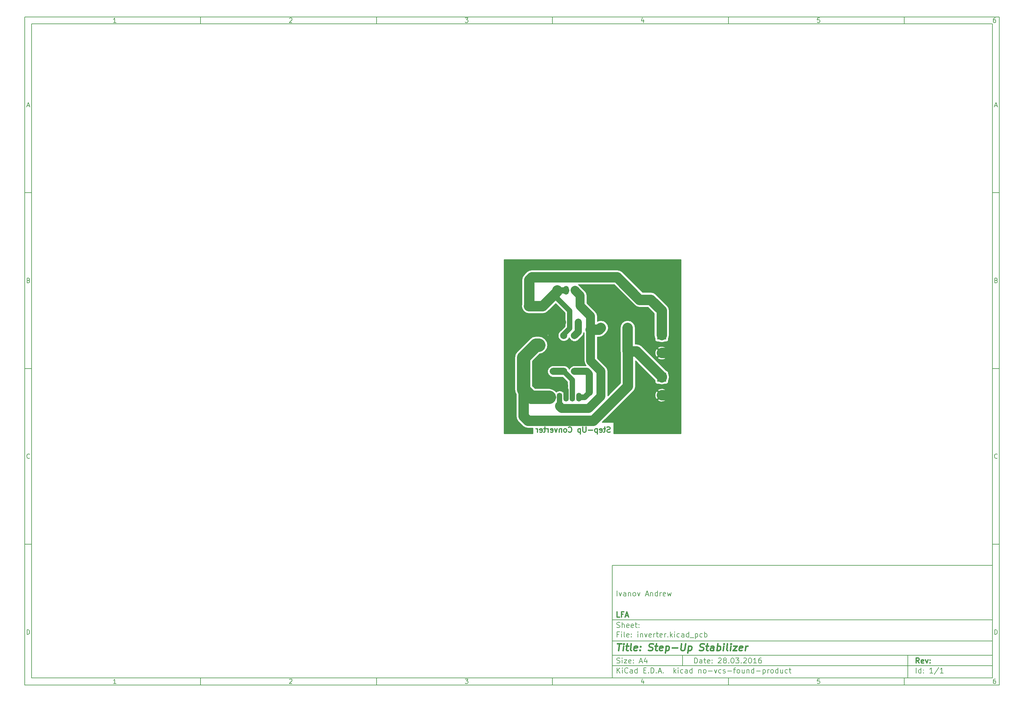
<source format=gbr>
G04 #@! TF.FileFunction,Copper,L2,Bot,Signal*
%FSLAX46Y46*%
G04 Gerber Fmt 4.6, Leading zero omitted, Abs format (unit mm)*
G04 Created by KiCad (PCBNEW no-vcs-found-product) date Вт 05 июл 2016 14:43:35*
%MOMM*%
G01*
G04 APERTURE LIST*
%ADD10C,0.100000*%
%ADD11C,0.150000*%
%ADD12C,0.300000*%
%ADD13C,0.400000*%
%ADD14R,1.400000X1.400000*%
%ADD15C,1.400000*%
%ADD16O,1.501140X2.499360*%
%ADD17C,1.998980*%
%ADD18R,2.540000X2.540000*%
%ADD19C,2.540000*%
%ADD20R,1.300000X1.300000*%
%ADD21C,1.300000*%
%ADD22C,3.000000*%
%ADD23C,3.800000*%
%ADD24C,1.800000*%
%ADD25C,1.500000*%
%ADD26C,2.800000*%
%ADD27C,2.000000*%
%ADD28C,1.600000*%
%ADD29C,2.500000*%
%ADD30C,0.254000*%
G04 APERTURE END LIST*
D10*
D11*
X177002200Y-166007200D02*
X177002200Y-198007200D01*
X285002200Y-198007200D01*
X285002200Y-166007200D01*
X177002200Y-166007200D01*
D10*
D11*
X10000000Y-10000000D02*
X10000000Y-200007200D01*
X287002200Y-200007200D01*
X287002200Y-10000000D01*
X10000000Y-10000000D01*
D10*
D11*
X12000000Y-12000000D02*
X12000000Y-198007200D01*
X285002200Y-198007200D01*
X285002200Y-12000000D01*
X12000000Y-12000000D01*
D10*
D11*
X60000000Y-12000000D02*
X60000000Y-10000000D01*
D10*
D11*
X110000000Y-12000000D02*
X110000000Y-10000000D01*
D10*
D11*
X160000000Y-12000000D02*
X160000000Y-10000000D01*
D10*
D11*
X210000000Y-12000000D02*
X210000000Y-10000000D01*
D10*
D11*
X260000000Y-12000000D02*
X260000000Y-10000000D01*
D10*
D11*
X35990476Y-11588095D02*
X35247619Y-11588095D01*
X35619048Y-11588095D02*
X35619048Y-10288095D01*
X35495238Y-10473810D01*
X35371429Y-10597619D01*
X35247619Y-10659524D01*
D10*
D11*
X85247619Y-10411905D02*
X85309524Y-10350000D01*
X85433333Y-10288095D01*
X85742857Y-10288095D01*
X85866667Y-10350000D01*
X85928571Y-10411905D01*
X85990476Y-10535714D01*
X85990476Y-10659524D01*
X85928571Y-10845238D01*
X85185714Y-11588095D01*
X85990476Y-11588095D01*
D10*
D11*
X135185714Y-10288095D02*
X135990476Y-10288095D01*
X135557143Y-10783333D01*
X135742857Y-10783333D01*
X135866667Y-10845238D01*
X135928571Y-10907143D01*
X135990476Y-11030952D01*
X135990476Y-11340476D01*
X135928571Y-11464286D01*
X135866667Y-11526190D01*
X135742857Y-11588095D01*
X135371429Y-11588095D01*
X135247619Y-11526190D01*
X135185714Y-11464286D01*
D10*
D11*
X185866667Y-10721429D02*
X185866667Y-11588095D01*
X185557143Y-10226190D02*
X185247619Y-11154762D01*
X186052381Y-11154762D01*
D10*
D11*
X235928571Y-10288095D02*
X235309524Y-10288095D01*
X235247619Y-10907143D01*
X235309524Y-10845238D01*
X235433333Y-10783333D01*
X235742857Y-10783333D01*
X235866667Y-10845238D01*
X235928571Y-10907143D01*
X235990476Y-11030952D01*
X235990476Y-11340476D01*
X235928571Y-11464286D01*
X235866667Y-11526190D01*
X235742857Y-11588095D01*
X235433333Y-11588095D01*
X235309524Y-11526190D01*
X235247619Y-11464286D01*
D10*
D11*
X285866667Y-10288095D02*
X285619048Y-10288095D01*
X285495238Y-10350000D01*
X285433333Y-10411905D01*
X285309524Y-10597619D01*
X285247619Y-10845238D01*
X285247619Y-11340476D01*
X285309524Y-11464286D01*
X285371429Y-11526190D01*
X285495238Y-11588095D01*
X285742857Y-11588095D01*
X285866667Y-11526190D01*
X285928571Y-11464286D01*
X285990476Y-11340476D01*
X285990476Y-11030952D01*
X285928571Y-10907143D01*
X285866667Y-10845238D01*
X285742857Y-10783333D01*
X285495238Y-10783333D01*
X285371429Y-10845238D01*
X285309524Y-10907143D01*
X285247619Y-11030952D01*
D10*
D11*
X60000000Y-198007200D02*
X60000000Y-200007200D01*
D10*
D11*
X110000000Y-198007200D02*
X110000000Y-200007200D01*
D10*
D11*
X160000000Y-198007200D02*
X160000000Y-200007200D01*
D10*
D11*
X210000000Y-198007200D02*
X210000000Y-200007200D01*
D10*
D11*
X260000000Y-198007200D02*
X260000000Y-200007200D01*
D10*
D11*
X35990476Y-199595295D02*
X35247619Y-199595295D01*
X35619048Y-199595295D02*
X35619048Y-198295295D01*
X35495238Y-198481010D01*
X35371429Y-198604819D01*
X35247619Y-198666724D01*
D10*
D11*
X85247619Y-198419105D02*
X85309524Y-198357200D01*
X85433333Y-198295295D01*
X85742857Y-198295295D01*
X85866667Y-198357200D01*
X85928571Y-198419105D01*
X85990476Y-198542914D01*
X85990476Y-198666724D01*
X85928571Y-198852438D01*
X85185714Y-199595295D01*
X85990476Y-199595295D01*
D10*
D11*
X135185714Y-198295295D02*
X135990476Y-198295295D01*
X135557143Y-198790533D01*
X135742857Y-198790533D01*
X135866667Y-198852438D01*
X135928571Y-198914343D01*
X135990476Y-199038152D01*
X135990476Y-199347676D01*
X135928571Y-199471486D01*
X135866667Y-199533390D01*
X135742857Y-199595295D01*
X135371429Y-199595295D01*
X135247619Y-199533390D01*
X135185714Y-199471486D01*
D10*
D11*
X185866667Y-198728629D02*
X185866667Y-199595295D01*
X185557143Y-198233390D02*
X185247619Y-199161962D01*
X186052381Y-199161962D01*
D10*
D11*
X235928571Y-198295295D02*
X235309524Y-198295295D01*
X235247619Y-198914343D01*
X235309524Y-198852438D01*
X235433333Y-198790533D01*
X235742857Y-198790533D01*
X235866667Y-198852438D01*
X235928571Y-198914343D01*
X235990476Y-199038152D01*
X235990476Y-199347676D01*
X235928571Y-199471486D01*
X235866667Y-199533390D01*
X235742857Y-199595295D01*
X235433333Y-199595295D01*
X235309524Y-199533390D01*
X235247619Y-199471486D01*
D10*
D11*
X285866667Y-198295295D02*
X285619048Y-198295295D01*
X285495238Y-198357200D01*
X285433333Y-198419105D01*
X285309524Y-198604819D01*
X285247619Y-198852438D01*
X285247619Y-199347676D01*
X285309524Y-199471486D01*
X285371429Y-199533390D01*
X285495238Y-199595295D01*
X285742857Y-199595295D01*
X285866667Y-199533390D01*
X285928571Y-199471486D01*
X285990476Y-199347676D01*
X285990476Y-199038152D01*
X285928571Y-198914343D01*
X285866667Y-198852438D01*
X285742857Y-198790533D01*
X285495238Y-198790533D01*
X285371429Y-198852438D01*
X285309524Y-198914343D01*
X285247619Y-199038152D01*
D10*
D11*
X10000000Y-60000000D02*
X12000000Y-60000000D01*
D10*
D11*
X10000000Y-110000000D02*
X12000000Y-110000000D01*
D10*
D11*
X10000000Y-160000000D02*
X12000000Y-160000000D01*
D10*
D11*
X10690476Y-35216667D02*
X11309524Y-35216667D01*
X10566667Y-35588095D02*
X11000000Y-34288095D01*
X11433333Y-35588095D01*
D10*
D11*
X11092857Y-84907143D02*
X11278571Y-84969048D01*
X11340476Y-85030952D01*
X11402381Y-85154762D01*
X11402381Y-85340476D01*
X11340476Y-85464286D01*
X11278571Y-85526190D01*
X11154762Y-85588095D01*
X10659524Y-85588095D01*
X10659524Y-84288095D01*
X11092857Y-84288095D01*
X11216667Y-84350000D01*
X11278571Y-84411905D01*
X11340476Y-84535714D01*
X11340476Y-84659524D01*
X11278571Y-84783333D01*
X11216667Y-84845238D01*
X11092857Y-84907143D01*
X10659524Y-84907143D01*
D10*
D11*
X11402381Y-135464286D02*
X11340476Y-135526190D01*
X11154762Y-135588095D01*
X11030952Y-135588095D01*
X10845238Y-135526190D01*
X10721429Y-135402381D01*
X10659524Y-135278571D01*
X10597619Y-135030952D01*
X10597619Y-134845238D01*
X10659524Y-134597619D01*
X10721429Y-134473810D01*
X10845238Y-134350000D01*
X11030952Y-134288095D01*
X11154762Y-134288095D01*
X11340476Y-134350000D01*
X11402381Y-134411905D01*
D10*
D11*
X10659524Y-185588095D02*
X10659524Y-184288095D01*
X10969048Y-184288095D01*
X11154762Y-184350000D01*
X11278571Y-184473810D01*
X11340476Y-184597619D01*
X11402381Y-184845238D01*
X11402381Y-185030952D01*
X11340476Y-185278571D01*
X11278571Y-185402381D01*
X11154762Y-185526190D01*
X10969048Y-185588095D01*
X10659524Y-185588095D01*
D10*
D11*
X287002200Y-60000000D02*
X285002200Y-60000000D01*
D10*
D11*
X287002200Y-110000000D02*
X285002200Y-110000000D01*
D10*
D11*
X287002200Y-160000000D02*
X285002200Y-160000000D01*
D10*
D11*
X285692676Y-35216667D02*
X286311724Y-35216667D01*
X285568867Y-35588095D02*
X286002200Y-34288095D01*
X286435533Y-35588095D01*
D10*
D11*
X286095057Y-84907143D02*
X286280771Y-84969048D01*
X286342676Y-85030952D01*
X286404581Y-85154762D01*
X286404581Y-85340476D01*
X286342676Y-85464286D01*
X286280771Y-85526190D01*
X286156962Y-85588095D01*
X285661724Y-85588095D01*
X285661724Y-84288095D01*
X286095057Y-84288095D01*
X286218867Y-84350000D01*
X286280771Y-84411905D01*
X286342676Y-84535714D01*
X286342676Y-84659524D01*
X286280771Y-84783333D01*
X286218867Y-84845238D01*
X286095057Y-84907143D01*
X285661724Y-84907143D01*
D10*
D11*
X286404581Y-135464286D02*
X286342676Y-135526190D01*
X286156962Y-135588095D01*
X286033152Y-135588095D01*
X285847438Y-135526190D01*
X285723629Y-135402381D01*
X285661724Y-135278571D01*
X285599819Y-135030952D01*
X285599819Y-134845238D01*
X285661724Y-134597619D01*
X285723629Y-134473810D01*
X285847438Y-134350000D01*
X286033152Y-134288095D01*
X286156962Y-134288095D01*
X286342676Y-134350000D01*
X286404581Y-134411905D01*
D10*
D11*
X285661724Y-185588095D02*
X285661724Y-184288095D01*
X285971248Y-184288095D01*
X286156962Y-184350000D01*
X286280771Y-184473810D01*
X286342676Y-184597619D01*
X286404581Y-184845238D01*
X286404581Y-185030952D01*
X286342676Y-185278571D01*
X286280771Y-185402381D01*
X286156962Y-185526190D01*
X285971248Y-185588095D01*
X285661724Y-185588095D01*
D10*
D11*
X200359343Y-193785771D02*
X200359343Y-192285771D01*
X200716486Y-192285771D01*
X200930771Y-192357200D01*
X201073629Y-192500057D01*
X201145057Y-192642914D01*
X201216486Y-192928629D01*
X201216486Y-193142914D01*
X201145057Y-193428629D01*
X201073629Y-193571486D01*
X200930771Y-193714343D01*
X200716486Y-193785771D01*
X200359343Y-193785771D01*
X202502200Y-193785771D02*
X202502200Y-193000057D01*
X202430771Y-192857200D01*
X202287914Y-192785771D01*
X202002200Y-192785771D01*
X201859343Y-192857200D01*
X202502200Y-193714343D02*
X202359343Y-193785771D01*
X202002200Y-193785771D01*
X201859343Y-193714343D01*
X201787914Y-193571486D01*
X201787914Y-193428629D01*
X201859343Y-193285771D01*
X202002200Y-193214343D01*
X202359343Y-193214343D01*
X202502200Y-193142914D01*
X203002200Y-192785771D02*
X203573629Y-192785771D01*
X203216486Y-192285771D02*
X203216486Y-193571486D01*
X203287914Y-193714343D01*
X203430772Y-193785771D01*
X203573629Y-193785771D01*
X204645057Y-193714343D02*
X204502200Y-193785771D01*
X204216486Y-193785771D01*
X204073629Y-193714343D01*
X204002200Y-193571486D01*
X204002200Y-193000057D01*
X204073629Y-192857200D01*
X204216486Y-192785771D01*
X204502200Y-192785771D01*
X204645057Y-192857200D01*
X204716486Y-193000057D01*
X204716486Y-193142914D01*
X204002200Y-193285771D01*
X205359343Y-193642914D02*
X205430771Y-193714343D01*
X205359343Y-193785771D01*
X205287914Y-193714343D01*
X205359343Y-193642914D01*
X205359343Y-193785771D01*
X205359343Y-192857200D02*
X205430771Y-192928629D01*
X205359343Y-193000057D01*
X205287914Y-192928629D01*
X205359343Y-192857200D01*
X205359343Y-193000057D01*
X207145057Y-192428629D02*
X207216486Y-192357200D01*
X207359343Y-192285771D01*
X207716486Y-192285771D01*
X207859343Y-192357200D01*
X207930772Y-192428629D01*
X208002200Y-192571486D01*
X208002200Y-192714343D01*
X207930772Y-192928629D01*
X207073629Y-193785771D01*
X208002200Y-193785771D01*
X208859343Y-192928629D02*
X208716485Y-192857200D01*
X208645057Y-192785771D01*
X208573628Y-192642914D01*
X208573628Y-192571486D01*
X208645057Y-192428629D01*
X208716485Y-192357200D01*
X208859343Y-192285771D01*
X209145057Y-192285771D01*
X209287914Y-192357200D01*
X209359343Y-192428629D01*
X209430771Y-192571486D01*
X209430771Y-192642914D01*
X209359343Y-192785771D01*
X209287914Y-192857200D01*
X209145057Y-192928629D01*
X208859343Y-192928629D01*
X208716485Y-193000057D01*
X208645057Y-193071486D01*
X208573628Y-193214343D01*
X208573628Y-193500057D01*
X208645057Y-193642914D01*
X208716485Y-193714343D01*
X208859343Y-193785771D01*
X209145057Y-193785771D01*
X209287914Y-193714343D01*
X209359343Y-193642914D01*
X209430771Y-193500057D01*
X209430771Y-193214343D01*
X209359343Y-193071486D01*
X209287914Y-193000057D01*
X209145057Y-192928629D01*
X210073628Y-193642914D02*
X210145056Y-193714343D01*
X210073628Y-193785771D01*
X210002199Y-193714343D01*
X210073628Y-193642914D01*
X210073628Y-193785771D01*
X211073628Y-192285771D02*
X211216485Y-192285771D01*
X211359342Y-192357200D01*
X211430771Y-192428629D01*
X211502200Y-192571486D01*
X211573628Y-192857200D01*
X211573628Y-193214343D01*
X211502200Y-193500057D01*
X211430771Y-193642914D01*
X211359342Y-193714343D01*
X211216485Y-193785771D01*
X211073628Y-193785771D01*
X210930771Y-193714343D01*
X210859342Y-193642914D01*
X210787914Y-193500057D01*
X210716485Y-193214343D01*
X210716485Y-192857200D01*
X210787914Y-192571486D01*
X210859342Y-192428629D01*
X210930771Y-192357200D01*
X211073628Y-192285771D01*
X212073628Y-192285771D02*
X213002199Y-192285771D01*
X212502199Y-192857200D01*
X212716485Y-192857200D01*
X212859342Y-192928629D01*
X212930771Y-193000057D01*
X213002199Y-193142914D01*
X213002199Y-193500057D01*
X212930771Y-193642914D01*
X212859342Y-193714343D01*
X212716485Y-193785771D01*
X212287913Y-193785771D01*
X212145056Y-193714343D01*
X212073628Y-193642914D01*
X213645056Y-193642914D02*
X213716484Y-193714343D01*
X213645056Y-193785771D01*
X213573627Y-193714343D01*
X213645056Y-193642914D01*
X213645056Y-193785771D01*
X214287913Y-192428629D02*
X214359342Y-192357200D01*
X214502199Y-192285771D01*
X214859342Y-192285771D01*
X215002199Y-192357200D01*
X215073628Y-192428629D01*
X215145056Y-192571486D01*
X215145056Y-192714343D01*
X215073628Y-192928629D01*
X214216485Y-193785771D01*
X215145056Y-193785771D01*
X216073627Y-192285771D02*
X216216484Y-192285771D01*
X216359341Y-192357200D01*
X216430770Y-192428629D01*
X216502199Y-192571486D01*
X216573627Y-192857200D01*
X216573627Y-193214343D01*
X216502199Y-193500057D01*
X216430770Y-193642914D01*
X216359341Y-193714343D01*
X216216484Y-193785771D01*
X216073627Y-193785771D01*
X215930770Y-193714343D01*
X215859341Y-193642914D01*
X215787913Y-193500057D01*
X215716484Y-193214343D01*
X215716484Y-192857200D01*
X215787913Y-192571486D01*
X215859341Y-192428629D01*
X215930770Y-192357200D01*
X216073627Y-192285771D01*
X218002198Y-193785771D02*
X217145055Y-193785771D01*
X217573627Y-193785771D02*
X217573627Y-192285771D01*
X217430770Y-192500057D01*
X217287912Y-192642914D01*
X217145055Y-192714343D01*
X219287912Y-192285771D02*
X219002198Y-192285771D01*
X218859341Y-192357200D01*
X218787912Y-192428629D01*
X218645055Y-192642914D01*
X218573626Y-192928629D01*
X218573626Y-193500057D01*
X218645055Y-193642914D01*
X218716483Y-193714343D01*
X218859341Y-193785771D01*
X219145055Y-193785771D01*
X219287912Y-193714343D01*
X219359341Y-193642914D01*
X219430769Y-193500057D01*
X219430769Y-193142914D01*
X219359341Y-193000057D01*
X219287912Y-192928629D01*
X219145055Y-192857200D01*
X218859341Y-192857200D01*
X218716483Y-192928629D01*
X218645055Y-193000057D01*
X218573626Y-193142914D01*
D10*
D11*
X177002200Y-194507200D02*
X285002200Y-194507200D01*
D10*
D11*
X178359343Y-196585771D02*
X178359343Y-195085771D01*
X179216486Y-196585771D02*
X178573629Y-195728629D01*
X179216486Y-195085771D02*
X178359343Y-195942914D01*
X179859343Y-196585771D02*
X179859343Y-195585771D01*
X179859343Y-195085771D02*
X179787914Y-195157200D01*
X179859343Y-195228629D01*
X179930771Y-195157200D01*
X179859343Y-195085771D01*
X179859343Y-195228629D01*
X181430772Y-196442914D02*
X181359343Y-196514343D01*
X181145057Y-196585771D01*
X181002200Y-196585771D01*
X180787915Y-196514343D01*
X180645057Y-196371486D01*
X180573629Y-196228629D01*
X180502200Y-195942914D01*
X180502200Y-195728629D01*
X180573629Y-195442914D01*
X180645057Y-195300057D01*
X180787915Y-195157200D01*
X181002200Y-195085771D01*
X181145057Y-195085771D01*
X181359343Y-195157200D01*
X181430772Y-195228629D01*
X182716486Y-196585771D02*
X182716486Y-195800057D01*
X182645057Y-195657200D01*
X182502200Y-195585771D01*
X182216486Y-195585771D01*
X182073629Y-195657200D01*
X182716486Y-196514343D02*
X182573629Y-196585771D01*
X182216486Y-196585771D01*
X182073629Y-196514343D01*
X182002200Y-196371486D01*
X182002200Y-196228629D01*
X182073629Y-196085771D01*
X182216486Y-196014343D01*
X182573629Y-196014343D01*
X182716486Y-195942914D01*
X184073629Y-196585771D02*
X184073629Y-195085771D01*
X184073629Y-196514343D02*
X183930772Y-196585771D01*
X183645058Y-196585771D01*
X183502200Y-196514343D01*
X183430772Y-196442914D01*
X183359343Y-196300057D01*
X183359343Y-195871486D01*
X183430772Y-195728629D01*
X183502200Y-195657200D01*
X183645058Y-195585771D01*
X183930772Y-195585771D01*
X184073629Y-195657200D01*
X185930772Y-195800057D02*
X186430772Y-195800057D01*
X186645058Y-196585771D02*
X185930772Y-196585771D01*
X185930772Y-195085771D01*
X186645058Y-195085771D01*
X187287915Y-196442914D02*
X187359343Y-196514343D01*
X187287915Y-196585771D01*
X187216486Y-196514343D01*
X187287915Y-196442914D01*
X187287915Y-196585771D01*
X188002201Y-196585771D02*
X188002201Y-195085771D01*
X188359344Y-195085771D01*
X188573629Y-195157200D01*
X188716487Y-195300057D01*
X188787915Y-195442914D01*
X188859344Y-195728629D01*
X188859344Y-195942914D01*
X188787915Y-196228629D01*
X188716487Y-196371486D01*
X188573629Y-196514343D01*
X188359344Y-196585771D01*
X188002201Y-196585771D01*
X189502201Y-196442914D02*
X189573629Y-196514343D01*
X189502201Y-196585771D01*
X189430772Y-196514343D01*
X189502201Y-196442914D01*
X189502201Y-196585771D01*
X190145058Y-196157200D02*
X190859344Y-196157200D01*
X190002201Y-196585771D02*
X190502201Y-195085771D01*
X191002201Y-196585771D01*
X191502201Y-196442914D02*
X191573629Y-196514343D01*
X191502201Y-196585771D01*
X191430772Y-196514343D01*
X191502201Y-196442914D01*
X191502201Y-196585771D01*
X194502201Y-196585771D02*
X194502201Y-195085771D01*
X194645058Y-196014343D02*
X195073629Y-196585771D01*
X195073629Y-195585771D02*
X194502201Y-196157200D01*
X195716487Y-196585771D02*
X195716487Y-195585771D01*
X195716487Y-195085771D02*
X195645058Y-195157200D01*
X195716487Y-195228629D01*
X195787915Y-195157200D01*
X195716487Y-195085771D01*
X195716487Y-195228629D01*
X197073630Y-196514343D02*
X196930773Y-196585771D01*
X196645059Y-196585771D01*
X196502201Y-196514343D01*
X196430773Y-196442914D01*
X196359344Y-196300057D01*
X196359344Y-195871486D01*
X196430773Y-195728629D01*
X196502201Y-195657200D01*
X196645059Y-195585771D01*
X196930773Y-195585771D01*
X197073630Y-195657200D01*
X198359344Y-196585771D02*
X198359344Y-195800057D01*
X198287915Y-195657200D01*
X198145058Y-195585771D01*
X197859344Y-195585771D01*
X197716487Y-195657200D01*
X198359344Y-196514343D02*
X198216487Y-196585771D01*
X197859344Y-196585771D01*
X197716487Y-196514343D01*
X197645058Y-196371486D01*
X197645058Y-196228629D01*
X197716487Y-196085771D01*
X197859344Y-196014343D01*
X198216487Y-196014343D01*
X198359344Y-195942914D01*
X199716487Y-196585771D02*
X199716487Y-195085771D01*
X199716487Y-196514343D02*
X199573630Y-196585771D01*
X199287916Y-196585771D01*
X199145058Y-196514343D01*
X199073630Y-196442914D01*
X199002201Y-196300057D01*
X199002201Y-195871486D01*
X199073630Y-195728629D01*
X199145058Y-195657200D01*
X199287916Y-195585771D01*
X199573630Y-195585771D01*
X199716487Y-195657200D01*
X201573630Y-195585771D02*
X201573630Y-196585771D01*
X201573630Y-195728629D02*
X201645058Y-195657200D01*
X201787916Y-195585771D01*
X202002201Y-195585771D01*
X202145058Y-195657200D01*
X202216487Y-195800057D01*
X202216487Y-196585771D01*
X203145059Y-196585771D02*
X203002201Y-196514343D01*
X202930773Y-196442914D01*
X202859344Y-196300057D01*
X202859344Y-195871486D01*
X202930773Y-195728629D01*
X203002201Y-195657200D01*
X203145059Y-195585771D01*
X203359344Y-195585771D01*
X203502201Y-195657200D01*
X203573630Y-195728629D01*
X203645059Y-195871486D01*
X203645059Y-196300057D01*
X203573630Y-196442914D01*
X203502201Y-196514343D01*
X203359344Y-196585771D01*
X203145059Y-196585771D01*
X204287916Y-196014343D02*
X205430773Y-196014343D01*
X206002202Y-195585771D02*
X206359345Y-196585771D01*
X206716487Y-195585771D01*
X207930773Y-196514343D02*
X207787916Y-196585771D01*
X207502202Y-196585771D01*
X207359344Y-196514343D01*
X207287916Y-196442914D01*
X207216487Y-196300057D01*
X207216487Y-195871486D01*
X207287916Y-195728629D01*
X207359344Y-195657200D01*
X207502202Y-195585771D01*
X207787916Y-195585771D01*
X207930773Y-195657200D01*
X208502201Y-196514343D02*
X208645058Y-196585771D01*
X208930773Y-196585771D01*
X209073630Y-196514343D01*
X209145058Y-196371486D01*
X209145058Y-196300057D01*
X209073630Y-196157200D01*
X208930773Y-196085771D01*
X208716487Y-196085771D01*
X208573630Y-196014343D01*
X208502201Y-195871486D01*
X208502201Y-195800057D01*
X208573630Y-195657200D01*
X208716487Y-195585771D01*
X208930773Y-195585771D01*
X209073630Y-195657200D01*
X209787916Y-196014343D02*
X210930773Y-196014343D01*
X211430773Y-195585771D02*
X212002202Y-195585771D01*
X211645059Y-196585771D02*
X211645059Y-195300057D01*
X211716487Y-195157200D01*
X211859345Y-195085771D01*
X212002202Y-195085771D01*
X212716488Y-196585771D02*
X212573630Y-196514343D01*
X212502202Y-196442914D01*
X212430773Y-196300057D01*
X212430773Y-195871486D01*
X212502202Y-195728629D01*
X212573630Y-195657200D01*
X212716488Y-195585771D01*
X212930773Y-195585771D01*
X213073630Y-195657200D01*
X213145059Y-195728629D01*
X213216488Y-195871486D01*
X213216488Y-196300057D01*
X213145059Y-196442914D01*
X213073630Y-196514343D01*
X212930773Y-196585771D01*
X212716488Y-196585771D01*
X214502202Y-195585771D02*
X214502202Y-196585771D01*
X213859345Y-195585771D02*
X213859345Y-196371486D01*
X213930773Y-196514343D01*
X214073631Y-196585771D01*
X214287916Y-196585771D01*
X214430773Y-196514343D01*
X214502202Y-196442914D01*
X215216488Y-195585771D02*
X215216488Y-196585771D01*
X215216488Y-195728629D02*
X215287916Y-195657200D01*
X215430774Y-195585771D01*
X215645059Y-195585771D01*
X215787916Y-195657200D01*
X215859345Y-195800057D01*
X215859345Y-196585771D01*
X217216488Y-196585771D02*
X217216488Y-195085771D01*
X217216488Y-196514343D02*
X217073631Y-196585771D01*
X216787917Y-196585771D01*
X216645059Y-196514343D01*
X216573631Y-196442914D01*
X216502202Y-196300057D01*
X216502202Y-195871486D01*
X216573631Y-195728629D01*
X216645059Y-195657200D01*
X216787917Y-195585771D01*
X217073631Y-195585771D01*
X217216488Y-195657200D01*
X217930774Y-196014343D02*
X219073631Y-196014343D01*
X219787917Y-195585771D02*
X219787917Y-197085771D01*
X219787917Y-195657200D02*
X219930774Y-195585771D01*
X220216488Y-195585771D01*
X220359345Y-195657200D01*
X220430774Y-195728629D01*
X220502203Y-195871486D01*
X220502203Y-196300057D01*
X220430774Y-196442914D01*
X220359345Y-196514343D01*
X220216488Y-196585771D01*
X219930774Y-196585771D01*
X219787917Y-196514343D01*
X221145060Y-196585771D02*
X221145060Y-195585771D01*
X221145060Y-195871486D02*
X221216488Y-195728629D01*
X221287917Y-195657200D01*
X221430774Y-195585771D01*
X221573631Y-195585771D01*
X222287917Y-196585771D02*
X222145059Y-196514343D01*
X222073631Y-196442914D01*
X222002202Y-196300057D01*
X222002202Y-195871486D01*
X222073631Y-195728629D01*
X222145059Y-195657200D01*
X222287917Y-195585771D01*
X222502202Y-195585771D01*
X222645059Y-195657200D01*
X222716488Y-195728629D01*
X222787917Y-195871486D01*
X222787917Y-196300057D01*
X222716488Y-196442914D01*
X222645059Y-196514343D01*
X222502202Y-196585771D01*
X222287917Y-196585771D01*
X224073631Y-196585771D02*
X224073631Y-195085771D01*
X224073631Y-196514343D02*
X223930774Y-196585771D01*
X223645060Y-196585771D01*
X223502202Y-196514343D01*
X223430774Y-196442914D01*
X223359345Y-196300057D01*
X223359345Y-195871486D01*
X223430774Y-195728629D01*
X223502202Y-195657200D01*
X223645060Y-195585771D01*
X223930774Y-195585771D01*
X224073631Y-195657200D01*
X225430774Y-195585771D02*
X225430774Y-196585771D01*
X224787917Y-195585771D02*
X224787917Y-196371486D01*
X224859345Y-196514343D01*
X225002203Y-196585771D01*
X225216488Y-196585771D01*
X225359345Y-196514343D01*
X225430774Y-196442914D01*
X226787917Y-196514343D02*
X226645060Y-196585771D01*
X226359346Y-196585771D01*
X226216488Y-196514343D01*
X226145060Y-196442914D01*
X226073631Y-196300057D01*
X226073631Y-195871486D01*
X226145060Y-195728629D01*
X226216488Y-195657200D01*
X226359346Y-195585771D01*
X226645060Y-195585771D01*
X226787917Y-195657200D01*
X227216488Y-195585771D02*
X227787917Y-195585771D01*
X227430774Y-195085771D02*
X227430774Y-196371486D01*
X227502202Y-196514343D01*
X227645060Y-196585771D01*
X227787917Y-196585771D01*
D10*
D11*
X177002200Y-191507200D02*
X285002200Y-191507200D01*
D10*
D12*
X264216486Y-193785771D02*
X263716486Y-193071486D01*
X263359343Y-193785771D02*
X263359343Y-192285771D01*
X263930771Y-192285771D01*
X264073629Y-192357200D01*
X264145057Y-192428629D01*
X264216486Y-192571486D01*
X264216486Y-192785771D01*
X264145057Y-192928629D01*
X264073629Y-193000057D01*
X263930771Y-193071486D01*
X263359343Y-193071486D01*
X265430771Y-193714343D02*
X265287914Y-193785771D01*
X265002200Y-193785771D01*
X264859343Y-193714343D01*
X264787914Y-193571486D01*
X264787914Y-193000057D01*
X264859343Y-192857200D01*
X265002200Y-192785771D01*
X265287914Y-192785771D01*
X265430771Y-192857200D01*
X265502200Y-193000057D01*
X265502200Y-193142914D01*
X264787914Y-193285771D01*
X266002200Y-192785771D02*
X266359343Y-193785771D01*
X266716485Y-192785771D01*
X267287914Y-193642914D02*
X267359342Y-193714343D01*
X267287914Y-193785771D01*
X267216485Y-193714343D01*
X267287914Y-193642914D01*
X267287914Y-193785771D01*
X267287914Y-192857200D02*
X267359342Y-192928629D01*
X267287914Y-193000057D01*
X267216485Y-192928629D01*
X267287914Y-192857200D01*
X267287914Y-193000057D01*
D10*
D11*
X178287914Y-193714343D02*
X178502200Y-193785771D01*
X178859343Y-193785771D01*
X179002200Y-193714343D01*
X179073629Y-193642914D01*
X179145057Y-193500057D01*
X179145057Y-193357200D01*
X179073629Y-193214343D01*
X179002200Y-193142914D01*
X178859343Y-193071486D01*
X178573629Y-193000057D01*
X178430771Y-192928629D01*
X178359343Y-192857200D01*
X178287914Y-192714343D01*
X178287914Y-192571486D01*
X178359343Y-192428629D01*
X178430771Y-192357200D01*
X178573629Y-192285771D01*
X178930771Y-192285771D01*
X179145057Y-192357200D01*
X179787914Y-193785771D02*
X179787914Y-192785771D01*
X179787914Y-192285771D02*
X179716485Y-192357200D01*
X179787914Y-192428629D01*
X179859342Y-192357200D01*
X179787914Y-192285771D01*
X179787914Y-192428629D01*
X180359343Y-192785771D02*
X181145057Y-192785771D01*
X180359343Y-193785771D01*
X181145057Y-193785771D01*
X182287914Y-193714343D02*
X182145057Y-193785771D01*
X181859343Y-193785771D01*
X181716486Y-193714343D01*
X181645057Y-193571486D01*
X181645057Y-193000057D01*
X181716486Y-192857200D01*
X181859343Y-192785771D01*
X182145057Y-192785771D01*
X182287914Y-192857200D01*
X182359343Y-193000057D01*
X182359343Y-193142914D01*
X181645057Y-193285771D01*
X183002200Y-193642914D02*
X183073628Y-193714343D01*
X183002200Y-193785771D01*
X182930771Y-193714343D01*
X183002200Y-193642914D01*
X183002200Y-193785771D01*
X183002200Y-192857200D02*
X183073628Y-192928629D01*
X183002200Y-193000057D01*
X182930771Y-192928629D01*
X183002200Y-192857200D01*
X183002200Y-193000057D01*
X184787914Y-193357200D02*
X185502200Y-193357200D01*
X184645057Y-193785771D02*
X185145057Y-192285771D01*
X185645057Y-193785771D01*
X186787914Y-192785771D02*
X186787914Y-193785771D01*
X186430771Y-192214343D02*
X186073628Y-193285771D01*
X187002200Y-193285771D01*
D10*
D11*
X263359343Y-196585771D02*
X263359343Y-195085771D01*
X264716486Y-196585771D02*
X264716486Y-195085771D01*
X264716486Y-196514343D02*
X264573629Y-196585771D01*
X264287915Y-196585771D01*
X264145057Y-196514343D01*
X264073629Y-196442914D01*
X264002200Y-196300057D01*
X264002200Y-195871486D01*
X264073629Y-195728629D01*
X264145057Y-195657200D01*
X264287915Y-195585771D01*
X264573629Y-195585771D01*
X264716486Y-195657200D01*
X265430772Y-196442914D02*
X265502200Y-196514343D01*
X265430772Y-196585771D01*
X265359343Y-196514343D01*
X265430772Y-196442914D01*
X265430772Y-196585771D01*
X265430772Y-195657200D02*
X265502200Y-195728629D01*
X265430772Y-195800057D01*
X265359343Y-195728629D01*
X265430772Y-195657200D01*
X265430772Y-195800057D01*
X268073629Y-196585771D02*
X267216486Y-196585771D01*
X267645058Y-196585771D02*
X267645058Y-195085771D01*
X267502201Y-195300057D01*
X267359343Y-195442914D01*
X267216486Y-195514343D01*
X269787914Y-195014343D02*
X268502200Y-196942914D01*
X271073629Y-196585771D02*
X270216486Y-196585771D01*
X270645058Y-196585771D02*
X270645058Y-195085771D01*
X270502201Y-195300057D01*
X270359343Y-195442914D01*
X270216486Y-195514343D01*
D10*
D11*
X177002200Y-187507200D02*
X285002200Y-187507200D01*
D10*
D13*
X178454581Y-188211962D02*
X179597438Y-188211962D01*
X178776010Y-190211962D02*
X179026010Y-188211962D01*
X180014105Y-190211962D02*
X180180771Y-188878629D01*
X180264105Y-188211962D02*
X180156962Y-188307200D01*
X180240295Y-188402438D01*
X180347439Y-188307200D01*
X180264105Y-188211962D01*
X180240295Y-188402438D01*
X180847438Y-188878629D02*
X181609343Y-188878629D01*
X181216486Y-188211962D02*
X181002200Y-189926248D01*
X181073630Y-190116724D01*
X181252201Y-190211962D01*
X181442677Y-190211962D01*
X182395058Y-190211962D02*
X182216487Y-190116724D01*
X182145057Y-189926248D01*
X182359343Y-188211962D01*
X183930772Y-190116724D02*
X183728391Y-190211962D01*
X183347439Y-190211962D01*
X183168867Y-190116724D01*
X183097438Y-189926248D01*
X183192676Y-189164343D01*
X183311724Y-188973867D01*
X183514105Y-188878629D01*
X183895057Y-188878629D01*
X184073629Y-188973867D01*
X184145057Y-189164343D01*
X184121248Y-189354819D01*
X183145057Y-189545295D01*
X184895057Y-190021486D02*
X184978392Y-190116724D01*
X184871248Y-190211962D01*
X184787915Y-190116724D01*
X184895057Y-190021486D01*
X184871248Y-190211962D01*
X185026010Y-188973867D02*
X185109344Y-189069105D01*
X185002200Y-189164343D01*
X184918867Y-189069105D01*
X185026010Y-188973867D01*
X185002200Y-189164343D01*
X187264106Y-190116724D02*
X187537916Y-190211962D01*
X188014106Y-190211962D01*
X188216487Y-190116724D01*
X188323629Y-190021486D01*
X188442678Y-189831010D01*
X188466487Y-189640533D01*
X188395058Y-189450057D01*
X188311725Y-189354819D01*
X188133153Y-189259581D01*
X187764106Y-189164343D01*
X187585535Y-189069105D01*
X187502201Y-188973867D01*
X187430772Y-188783390D01*
X187454582Y-188592914D01*
X187573629Y-188402438D01*
X187680773Y-188307200D01*
X187883154Y-188211962D01*
X188359344Y-188211962D01*
X188633154Y-188307200D01*
X189133153Y-188878629D02*
X189895058Y-188878629D01*
X189502201Y-188211962D02*
X189287915Y-189926248D01*
X189359345Y-190116724D01*
X189537916Y-190211962D01*
X189728392Y-190211962D01*
X191168868Y-190116724D02*
X190966487Y-190211962D01*
X190585535Y-190211962D01*
X190406963Y-190116724D01*
X190335534Y-189926248D01*
X190430772Y-189164343D01*
X190549820Y-188973867D01*
X190752201Y-188878629D01*
X191133153Y-188878629D01*
X191311725Y-188973867D01*
X191383153Y-189164343D01*
X191359344Y-189354819D01*
X190383153Y-189545295D01*
X192276010Y-188878629D02*
X192026010Y-190878629D01*
X192264106Y-188973867D02*
X192466487Y-188878629D01*
X192847439Y-188878629D01*
X193026011Y-188973867D01*
X193109344Y-189069105D01*
X193180772Y-189259581D01*
X193109344Y-189831010D01*
X192990296Y-190021486D01*
X192883154Y-190116724D01*
X192680773Y-190211962D01*
X192299821Y-190211962D01*
X192121249Y-190116724D01*
X194014106Y-189450057D02*
X195537916Y-189450057D01*
X196645058Y-188211962D02*
X196442677Y-189831010D01*
X196514106Y-190021486D01*
X196597440Y-190116724D01*
X196776011Y-190211962D01*
X197156963Y-190211962D01*
X197359344Y-190116724D01*
X197466487Y-190021486D01*
X197585535Y-189831010D01*
X197787916Y-188211962D01*
X198656962Y-188878629D02*
X198406962Y-190878629D01*
X198645058Y-188973867D02*
X198847439Y-188878629D01*
X199228391Y-188878629D01*
X199406963Y-188973867D01*
X199490296Y-189069105D01*
X199561724Y-189259581D01*
X199490296Y-189831010D01*
X199371248Y-190021486D01*
X199264106Y-190116724D01*
X199061725Y-190211962D01*
X198680773Y-190211962D01*
X198502201Y-190116724D01*
X201740297Y-190116724D02*
X202014107Y-190211962D01*
X202490297Y-190211962D01*
X202692678Y-190116724D01*
X202799820Y-190021486D01*
X202918869Y-189831010D01*
X202942678Y-189640533D01*
X202871249Y-189450057D01*
X202787916Y-189354819D01*
X202609344Y-189259581D01*
X202240297Y-189164343D01*
X202061726Y-189069105D01*
X201978392Y-188973867D01*
X201906963Y-188783390D01*
X201930773Y-188592914D01*
X202049820Y-188402438D01*
X202156964Y-188307200D01*
X202359345Y-188211962D01*
X202835535Y-188211962D01*
X203109345Y-188307200D01*
X203609344Y-188878629D02*
X204371249Y-188878629D01*
X203978392Y-188211962D02*
X203764106Y-189926248D01*
X203835536Y-190116724D01*
X204014107Y-190211962D01*
X204204583Y-190211962D01*
X205728392Y-190211962D02*
X205859344Y-189164343D01*
X205787916Y-188973867D01*
X205609344Y-188878629D01*
X205228392Y-188878629D01*
X205026011Y-188973867D01*
X205740297Y-190116724D02*
X205537916Y-190211962D01*
X205061726Y-190211962D01*
X204883154Y-190116724D01*
X204811725Y-189926248D01*
X204835535Y-189735771D01*
X204954582Y-189545295D01*
X205156964Y-189450057D01*
X205633154Y-189450057D01*
X205835535Y-189354819D01*
X206680773Y-190211962D02*
X206930773Y-188211962D01*
X206835535Y-188973867D02*
X207037916Y-188878629D01*
X207418868Y-188878629D01*
X207597440Y-188973867D01*
X207680773Y-189069105D01*
X207752201Y-189259581D01*
X207680773Y-189831010D01*
X207561725Y-190021486D01*
X207454583Y-190116724D01*
X207252202Y-190211962D01*
X206871250Y-190211962D01*
X206692678Y-190116724D01*
X208490297Y-190211962D02*
X208656963Y-188878629D01*
X208740297Y-188211962D02*
X208633154Y-188307200D01*
X208716487Y-188402438D01*
X208823631Y-188307200D01*
X208740297Y-188211962D01*
X208716487Y-188402438D01*
X209728393Y-190211962D02*
X209549822Y-190116724D01*
X209478392Y-189926248D01*
X209692678Y-188211962D01*
X210490297Y-190211962D02*
X210656963Y-188878629D01*
X210740297Y-188211962D02*
X210633154Y-188307200D01*
X210716487Y-188402438D01*
X210823631Y-188307200D01*
X210740297Y-188211962D01*
X210716487Y-188402438D01*
X211418868Y-188878629D02*
X212466487Y-188878629D01*
X211252202Y-190211962D01*
X212299821Y-190211962D01*
X213835536Y-190116724D02*
X213633155Y-190211962D01*
X213252203Y-190211962D01*
X213073631Y-190116724D01*
X213002202Y-189926248D01*
X213097440Y-189164343D01*
X213216488Y-188973867D01*
X213418869Y-188878629D01*
X213799821Y-188878629D01*
X213978393Y-188973867D01*
X214049821Y-189164343D01*
X214026012Y-189354819D01*
X213049821Y-189545295D01*
X214776012Y-190211962D02*
X214942678Y-188878629D01*
X214895059Y-189259581D02*
X215014108Y-189069105D01*
X215121251Y-188973867D01*
X215323631Y-188878629D01*
X215514107Y-188878629D01*
D10*
D11*
X178859343Y-185600057D02*
X178359343Y-185600057D01*
X178359343Y-186385771D02*
X178359343Y-184885771D01*
X179073629Y-184885771D01*
X179645057Y-186385771D02*
X179645057Y-185385771D01*
X179645057Y-184885771D02*
X179573628Y-184957200D01*
X179645057Y-185028629D01*
X179716485Y-184957200D01*
X179645057Y-184885771D01*
X179645057Y-185028629D01*
X180573629Y-186385771D02*
X180430771Y-186314343D01*
X180359343Y-186171486D01*
X180359343Y-184885771D01*
X181716485Y-186314343D02*
X181573628Y-186385771D01*
X181287914Y-186385771D01*
X181145057Y-186314343D01*
X181073628Y-186171486D01*
X181073628Y-185600057D01*
X181145057Y-185457200D01*
X181287914Y-185385771D01*
X181573628Y-185385771D01*
X181716485Y-185457200D01*
X181787914Y-185600057D01*
X181787914Y-185742914D01*
X181073628Y-185885771D01*
X182430771Y-186242914D02*
X182502199Y-186314343D01*
X182430771Y-186385771D01*
X182359342Y-186314343D01*
X182430771Y-186242914D01*
X182430771Y-186385771D01*
X182430771Y-185457200D02*
X182502199Y-185528629D01*
X182430771Y-185600057D01*
X182359342Y-185528629D01*
X182430771Y-185457200D01*
X182430771Y-185600057D01*
X184287914Y-186385771D02*
X184287914Y-185385771D01*
X184287914Y-184885771D02*
X184216485Y-184957200D01*
X184287914Y-185028629D01*
X184359342Y-184957200D01*
X184287914Y-184885771D01*
X184287914Y-185028629D01*
X185002200Y-185385771D02*
X185002200Y-186385771D01*
X185002200Y-185528629D02*
X185073628Y-185457200D01*
X185216486Y-185385771D01*
X185430771Y-185385771D01*
X185573628Y-185457200D01*
X185645057Y-185600057D01*
X185645057Y-186385771D01*
X186216486Y-185385771D02*
X186573629Y-186385771D01*
X186930771Y-185385771D01*
X188073628Y-186314343D02*
X187930771Y-186385771D01*
X187645057Y-186385771D01*
X187502200Y-186314343D01*
X187430771Y-186171486D01*
X187430771Y-185600057D01*
X187502200Y-185457200D01*
X187645057Y-185385771D01*
X187930771Y-185385771D01*
X188073628Y-185457200D01*
X188145057Y-185600057D01*
X188145057Y-185742914D01*
X187430771Y-185885771D01*
X188787914Y-186385771D02*
X188787914Y-185385771D01*
X188787914Y-185671486D02*
X188859342Y-185528629D01*
X188930771Y-185457200D01*
X189073628Y-185385771D01*
X189216485Y-185385771D01*
X189502199Y-185385771D02*
X190073628Y-185385771D01*
X189716485Y-184885771D02*
X189716485Y-186171486D01*
X189787913Y-186314343D01*
X189930771Y-186385771D01*
X190073628Y-186385771D01*
X191145056Y-186314343D02*
X191002199Y-186385771D01*
X190716485Y-186385771D01*
X190573628Y-186314343D01*
X190502199Y-186171486D01*
X190502199Y-185600057D01*
X190573628Y-185457200D01*
X190716485Y-185385771D01*
X191002199Y-185385771D01*
X191145056Y-185457200D01*
X191216485Y-185600057D01*
X191216485Y-185742914D01*
X190502199Y-185885771D01*
X191859342Y-186385771D02*
X191859342Y-185385771D01*
X191859342Y-185671486D02*
X191930770Y-185528629D01*
X192002199Y-185457200D01*
X192145056Y-185385771D01*
X192287913Y-185385771D01*
X192787913Y-186242914D02*
X192859341Y-186314343D01*
X192787913Y-186385771D01*
X192716484Y-186314343D01*
X192787913Y-186242914D01*
X192787913Y-186385771D01*
X193502199Y-186385771D02*
X193502199Y-184885771D01*
X193645056Y-185814343D02*
X194073627Y-186385771D01*
X194073627Y-185385771D02*
X193502199Y-185957200D01*
X194716485Y-186385771D02*
X194716485Y-185385771D01*
X194716485Y-184885771D02*
X194645056Y-184957200D01*
X194716485Y-185028629D01*
X194787913Y-184957200D01*
X194716485Y-184885771D01*
X194716485Y-185028629D01*
X196073628Y-186314343D02*
X195930771Y-186385771D01*
X195645057Y-186385771D01*
X195502199Y-186314343D01*
X195430771Y-186242914D01*
X195359342Y-186100057D01*
X195359342Y-185671486D01*
X195430771Y-185528629D01*
X195502199Y-185457200D01*
X195645057Y-185385771D01*
X195930771Y-185385771D01*
X196073628Y-185457200D01*
X197359342Y-186385771D02*
X197359342Y-185600057D01*
X197287913Y-185457200D01*
X197145056Y-185385771D01*
X196859342Y-185385771D01*
X196716485Y-185457200D01*
X197359342Y-186314343D02*
X197216485Y-186385771D01*
X196859342Y-186385771D01*
X196716485Y-186314343D01*
X196645056Y-186171486D01*
X196645056Y-186028629D01*
X196716485Y-185885771D01*
X196859342Y-185814343D01*
X197216485Y-185814343D01*
X197359342Y-185742914D01*
X198716485Y-186385771D02*
X198716485Y-184885771D01*
X198716485Y-186314343D02*
X198573628Y-186385771D01*
X198287914Y-186385771D01*
X198145056Y-186314343D01*
X198073628Y-186242914D01*
X198002199Y-186100057D01*
X198002199Y-185671486D01*
X198073628Y-185528629D01*
X198145056Y-185457200D01*
X198287914Y-185385771D01*
X198573628Y-185385771D01*
X198716485Y-185457200D01*
X199073628Y-186528629D02*
X200216485Y-186528629D01*
X200573628Y-185385771D02*
X200573628Y-186885771D01*
X200573628Y-185457200D02*
X200716485Y-185385771D01*
X201002199Y-185385771D01*
X201145056Y-185457200D01*
X201216485Y-185528629D01*
X201287914Y-185671486D01*
X201287914Y-186100057D01*
X201216485Y-186242914D01*
X201145056Y-186314343D01*
X201002199Y-186385771D01*
X200716485Y-186385771D01*
X200573628Y-186314343D01*
X202573628Y-186314343D02*
X202430771Y-186385771D01*
X202145057Y-186385771D01*
X202002199Y-186314343D01*
X201930771Y-186242914D01*
X201859342Y-186100057D01*
X201859342Y-185671486D01*
X201930771Y-185528629D01*
X202002199Y-185457200D01*
X202145057Y-185385771D01*
X202430771Y-185385771D01*
X202573628Y-185457200D01*
X203216485Y-186385771D02*
X203216485Y-184885771D01*
X203216485Y-185457200D02*
X203359342Y-185385771D01*
X203645056Y-185385771D01*
X203787913Y-185457200D01*
X203859342Y-185528629D01*
X203930771Y-185671486D01*
X203930771Y-186100057D01*
X203859342Y-186242914D01*
X203787913Y-186314343D01*
X203645056Y-186385771D01*
X203359342Y-186385771D01*
X203216485Y-186314343D01*
D10*
D11*
X177002200Y-181507200D02*
X285002200Y-181507200D01*
D10*
D11*
X178287914Y-183614343D02*
X178502200Y-183685771D01*
X178859343Y-183685771D01*
X179002200Y-183614343D01*
X179073629Y-183542914D01*
X179145057Y-183400057D01*
X179145057Y-183257200D01*
X179073629Y-183114343D01*
X179002200Y-183042914D01*
X178859343Y-182971486D01*
X178573629Y-182900057D01*
X178430771Y-182828629D01*
X178359343Y-182757200D01*
X178287914Y-182614343D01*
X178287914Y-182471486D01*
X178359343Y-182328629D01*
X178430771Y-182257200D01*
X178573629Y-182185771D01*
X178930771Y-182185771D01*
X179145057Y-182257200D01*
X179787914Y-183685771D02*
X179787914Y-182185771D01*
X180430771Y-183685771D02*
X180430771Y-182900057D01*
X180359342Y-182757200D01*
X180216485Y-182685771D01*
X180002200Y-182685771D01*
X179859342Y-182757200D01*
X179787914Y-182828629D01*
X181716485Y-183614343D02*
X181573628Y-183685771D01*
X181287914Y-183685771D01*
X181145057Y-183614343D01*
X181073628Y-183471486D01*
X181073628Y-182900057D01*
X181145057Y-182757200D01*
X181287914Y-182685771D01*
X181573628Y-182685771D01*
X181716485Y-182757200D01*
X181787914Y-182900057D01*
X181787914Y-183042914D01*
X181073628Y-183185771D01*
X183002199Y-183614343D02*
X182859342Y-183685771D01*
X182573628Y-183685771D01*
X182430771Y-183614343D01*
X182359342Y-183471486D01*
X182359342Y-182900057D01*
X182430771Y-182757200D01*
X182573628Y-182685771D01*
X182859342Y-182685771D01*
X183002199Y-182757200D01*
X183073628Y-182900057D01*
X183073628Y-183042914D01*
X182359342Y-183185771D01*
X183502199Y-182685771D02*
X184073628Y-182685771D01*
X183716485Y-182185771D02*
X183716485Y-183471486D01*
X183787913Y-183614343D01*
X183930771Y-183685771D01*
X184073628Y-183685771D01*
X184573628Y-183542914D02*
X184645056Y-183614343D01*
X184573628Y-183685771D01*
X184502199Y-183614343D01*
X184573628Y-183542914D01*
X184573628Y-183685771D01*
X184573628Y-182757200D02*
X184645056Y-182828629D01*
X184573628Y-182900057D01*
X184502199Y-182828629D01*
X184573628Y-182757200D01*
X184573628Y-182900057D01*
D10*
D12*
X179073629Y-180685771D02*
X178359343Y-180685771D01*
X178359343Y-179185771D01*
X180073629Y-179900057D02*
X179573629Y-179900057D01*
X179573629Y-180685771D02*
X179573629Y-179185771D01*
X180287915Y-179185771D01*
X180787914Y-180257200D02*
X181502200Y-180257200D01*
X180645057Y-180685771D02*
X181145057Y-179185771D01*
X181645057Y-180685771D01*
D10*
D11*
X178359343Y-174685771D02*
X178359343Y-173185771D01*
X178930772Y-173685771D02*
X179287915Y-174685771D01*
X179645057Y-173685771D01*
X180859343Y-174685771D02*
X180859343Y-173900057D01*
X180787914Y-173757200D01*
X180645057Y-173685771D01*
X180359343Y-173685771D01*
X180216486Y-173757200D01*
X180859343Y-174614343D02*
X180716486Y-174685771D01*
X180359343Y-174685771D01*
X180216486Y-174614343D01*
X180145057Y-174471486D01*
X180145057Y-174328629D01*
X180216486Y-174185771D01*
X180359343Y-174114343D01*
X180716486Y-174114343D01*
X180859343Y-174042914D01*
X181573629Y-173685771D02*
X181573629Y-174685771D01*
X181573629Y-173828629D02*
X181645057Y-173757200D01*
X181787915Y-173685771D01*
X182002200Y-173685771D01*
X182145057Y-173757200D01*
X182216486Y-173900057D01*
X182216486Y-174685771D01*
X183145058Y-174685771D02*
X183002200Y-174614343D01*
X182930772Y-174542914D01*
X182859343Y-174400057D01*
X182859343Y-173971486D01*
X182930772Y-173828629D01*
X183002200Y-173757200D01*
X183145058Y-173685771D01*
X183359343Y-173685771D01*
X183502200Y-173757200D01*
X183573629Y-173828629D01*
X183645058Y-173971486D01*
X183645058Y-174400057D01*
X183573629Y-174542914D01*
X183502200Y-174614343D01*
X183359343Y-174685771D01*
X183145058Y-174685771D01*
X184145058Y-173685771D02*
X184502201Y-174685771D01*
X184859343Y-173685771D01*
X186502200Y-174257200D02*
X187216486Y-174257200D01*
X186359343Y-174685771D02*
X186859343Y-173185771D01*
X187359343Y-174685771D01*
X187859343Y-173685771D02*
X187859343Y-174685771D01*
X187859343Y-173828629D02*
X187930771Y-173757200D01*
X188073629Y-173685771D01*
X188287914Y-173685771D01*
X188430771Y-173757200D01*
X188502200Y-173900057D01*
X188502200Y-174685771D01*
X189859343Y-174685771D02*
X189859343Y-173185771D01*
X189859343Y-174614343D02*
X189716486Y-174685771D01*
X189430772Y-174685771D01*
X189287914Y-174614343D01*
X189216486Y-174542914D01*
X189145057Y-174400057D01*
X189145057Y-173971486D01*
X189216486Y-173828629D01*
X189287914Y-173757200D01*
X189430772Y-173685771D01*
X189716486Y-173685771D01*
X189859343Y-173757200D01*
X190573629Y-174685771D02*
X190573629Y-173685771D01*
X190573629Y-173971486D02*
X190645057Y-173828629D01*
X190716486Y-173757200D01*
X190859343Y-173685771D01*
X191002200Y-173685771D01*
X192073628Y-174614343D02*
X191930771Y-174685771D01*
X191645057Y-174685771D01*
X191502200Y-174614343D01*
X191430771Y-174471486D01*
X191430771Y-173900057D01*
X191502200Y-173757200D01*
X191645057Y-173685771D01*
X191930771Y-173685771D01*
X192073628Y-173757200D01*
X192145057Y-173900057D01*
X192145057Y-174042914D01*
X191430771Y-174185771D01*
X192645057Y-173685771D02*
X192930771Y-174685771D01*
X193216485Y-173971486D01*
X193502200Y-174685771D01*
X193787914Y-173685771D01*
D10*
D11*
X197002200Y-191507200D02*
X197002200Y-194507200D01*
D10*
D11*
X261002200Y-191507200D02*
X261002200Y-198007200D01*
D12*
X176356765Y-128033863D02*
X176142479Y-128105291D01*
X175785336Y-128105291D01*
X175642479Y-128033863D01*
X175571050Y-127962434D01*
X175499622Y-127819577D01*
X175499622Y-127676720D01*
X175571050Y-127533863D01*
X175642479Y-127462434D01*
X175785336Y-127391006D01*
X176071050Y-127319577D01*
X176213908Y-127248149D01*
X176285336Y-127176720D01*
X176356765Y-127033863D01*
X176356765Y-126891006D01*
X176285336Y-126748149D01*
X176213908Y-126676720D01*
X176071050Y-126605291D01*
X175713908Y-126605291D01*
X175499622Y-126676720D01*
X175071051Y-127105291D02*
X174499622Y-127105291D01*
X174856765Y-126605291D02*
X174856765Y-127891006D01*
X174785337Y-128033863D01*
X174642479Y-128105291D01*
X174499622Y-128105291D01*
X173428194Y-128033863D02*
X173571051Y-128105291D01*
X173856765Y-128105291D01*
X173999622Y-128033863D01*
X174071051Y-127891006D01*
X174071051Y-127319577D01*
X173999622Y-127176720D01*
X173856765Y-127105291D01*
X173571051Y-127105291D01*
X173428194Y-127176720D01*
X173356765Y-127319577D01*
X173356765Y-127462434D01*
X174071051Y-127605291D01*
X172713908Y-127105291D02*
X172713908Y-128605291D01*
X172713908Y-127176720D02*
X172571051Y-127105291D01*
X172285337Y-127105291D01*
X172142480Y-127176720D01*
X172071051Y-127248149D01*
X171999622Y-127391006D01*
X171999622Y-127819577D01*
X172071051Y-127962434D01*
X172142480Y-128033863D01*
X172285337Y-128105291D01*
X172571051Y-128105291D01*
X172713908Y-128033863D01*
X171356765Y-127533863D02*
X170213908Y-127533863D01*
X169499622Y-126605291D02*
X169499622Y-127819577D01*
X169428194Y-127962434D01*
X169356765Y-128033863D01*
X169213908Y-128105291D01*
X168928194Y-128105291D01*
X168785336Y-128033863D01*
X168713908Y-127962434D01*
X168642479Y-127819577D01*
X168642479Y-126605291D01*
X167928193Y-127105291D02*
X167928193Y-128605291D01*
X167928193Y-127176720D02*
X167785336Y-127105291D01*
X167499622Y-127105291D01*
X167356765Y-127176720D01*
X167285336Y-127248149D01*
X167213907Y-127391006D01*
X167213907Y-127819577D01*
X167285336Y-127962434D01*
X167356765Y-128033863D01*
X167499622Y-128105291D01*
X167785336Y-128105291D01*
X167928193Y-128033863D01*
X164571050Y-127962434D02*
X164642479Y-128033863D01*
X164856765Y-128105291D01*
X164999622Y-128105291D01*
X165213907Y-128033863D01*
X165356765Y-127891006D01*
X165428193Y-127748149D01*
X165499622Y-127462434D01*
X165499622Y-127248149D01*
X165428193Y-126962434D01*
X165356765Y-126819577D01*
X165213907Y-126676720D01*
X164999622Y-126605291D01*
X164856765Y-126605291D01*
X164642479Y-126676720D01*
X164571050Y-126748149D01*
X163713907Y-128105291D02*
X163856765Y-128033863D01*
X163928193Y-127962434D01*
X163999622Y-127819577D01*
X163999622Y-127391006D01*
X163928193Y-127248149D01*
X163856765Y-127176720D01*
X163713907Y-127105291D01*
X163499622Y-127105291D01*
X163356765Y-127176720D01*
X163285336Y-127248149D01*
X163213907Y-127391006D01*
X163213907Y-127819577D01*
X163285336Y-127962434D01*
X163356765Y-128033863D01*
X163499622Y-128105291D01*
X163713907Y-128105291D01*
X162571050Y-127105291D02*
X162571050Y-128105291D01*
X162571050Y-127248149D02*
X162499622Y-127176720D01*
X162356764Y-127105291D01*
X162142479Y-127105291D01*
X161999622Y-127176720D01*
X161928193Y-127319577D01*
X161928193Y-128105291D01*
X161356764Y-127105291D02*
X160999621Y-128105291D01*
X160642479Y-127105291D01*
X159499622Y-128033863D02*
X159642479Y-128105291D01*
X159928193Y-128105291D01*
X160071050Y-128033863D01*
X160142479Y-127891006D01*
X160142479Y-127319577D01*
X160071050Y-127176720D01*
X159928193Y-127105291D01*
X159642479Y-127105291D01*
X159499622Y-127176720D01*
X159428193Y-127319577D01*
X159428193Y-127462434D01*
X160142479Y-127605291D01*
X158785336Y-128105291D02*
X158785336Y-127105291D01*
X158785336Y-127391006D02*
X158713908Y-127248149D01*
X158642479Y-127176720D01*
X158499622Y-127105291D01*
X158356765Y-127105291D01*
X158071051Y-127105291D02*
X157499622Y-127105291D01*
X157856765Y-126605291D02*
X157856765Y-127891006D01*
X157785337Y-128033863D01*
X157642479Y-128105291D01*
X157499622Y-128105291D01*
X156428194Y-128033863D02*
X156571051Y-128105291D01*
X156856765Y-128105291D01*
X156999622Y-128033863D01*
X157071051Y-127891006D01*
X157071051Y-127319577D01*
X156999622Y-127176720D01*
X156856765Y-127105291D01*
X156571051Y-127105291D01*
X156428194Y-127176720D01*
X156356765Y-127319577D01*
X156356765Y-127462434D01*
X157071051Y-127605291D01*
X155713908Y-128105291D02*
X155713908Y-127105291D01*
X155713908Y-127391006D02*
X155642480Y-127248149D01*
X155571051Y-127176720D01*
X155428194Y-127105291D01*
X155285337Y-127105291D01*
D14*
X156075000Y-103325000D03*
D15*
X156075000Y-108325000D03*
D14*
X167300000Y-96825000D03*
D15*
X162300000Y-96825000D03*
D16*
X163850000Y-87775000D03*
X161310000Y-87775000D03*
X166390000Y-87775000D03*
D17*
X173710000Y-98390000D03*
X181330000Y-98390000D03*
D18*
X191000000Y-100460000D03*
D19*
X191000000Y-105540000D03*
D18*
X191000000Y-112460000D03*
D19*
X191000000Y-117540000D03*
D17*
X166250000Y-110800000D03*
X166250000Y-100640000D03*
X163200000Y-100600000D03*
X163200000Y-110760000D03*
X160200000Y-110800000D03*
X160200000Y-100640000D03*
D16*
X163825000Y-118174440D03*
X167525780Y-118174440D03*
X160124220Y-118174440D03*
X162024140Y-118174440D03*
X165625860Y-118174440D03*
D20*
X153400000Y-92200000D03*
D21*
X153400000Y-97200000D03*
D22*
X181330000Y-98390000D02*
X181330000Y-105010000D01*
X181330000Y-105010000D02*
X181430000Y-105110000D01*
X191000000Y-112460000D02*
X191000000Y-112260000D01*
X191000000Y-112260000D02*
X183850000Y-105110000D01*
X183850000Y-105110000D02*
X181430000Y-105110000D01*
X151750000Y-115958880D02*
X151750000Y-123560000D01*
X181430000Y-114990000D02*
X181430000Y-105110000D01*
X171580000Y-124840000D02*
X181430000Y-114990000D01*
X153030000Y-124840000D02*
X171580000Y-124840000D01*
X151750000Y-123560000D02*
X153030000Y-124840000D01*
D23*
X159025560Y-118174440D02*
X156860000Y-118174440D01*
X156860000Y-118174440D02*
X153965560Y-118174440D01*
X155285000Y-103325000D02*
X156075000Y-103325000D01*
X151750000Y-106860000D02*
X155285000Y-103325000D01*
X151750000Y-115958880D02*
X151750000Y-106860000D01*
X153965560Y-118174440D02*
X151750000Y-115958880D01*
D24*
X160124220Y-118174440D02*
X159025560Y-118174440D01*
X159025560Y-118174440D02*
X158980000Y-118220000D01*
X156075000Y-103325000D02*
X155975000Y-103325000D01*
D25*
X160124220Y-118174440D02*
X160124220Y-118024220D01*
D22*
X195000000Y-105000000D02*
X195000000Y-91610000D01*
X148760000Y-97200000D02*
X153400000Y-97200000D01*
X148550000Y-96990000D02*
X148760000Y-97200000D01*
X148550000Y-81440000D02*
X148550000Y-96990000D01*
X149450000Y-80540000D02*
X148550000Y-81440000D01*
X181080000Y-80540000D02*
X149450000Y-80540000D01*
X186680000Y-86140000D02*
X181080000Y-80540000D01*
X189530000Y-86140000D02*
X186680000Y-86140000D01*
X195000000Y-91610000D02*
X189530000Y-86140000D01*
X191000000Y-117540000D02*
X194460000Y-117540000D01*
X194460000Y-117540000D02*
X195000000Y-117000000D01*
X195000000Y-117000000D02*
X195000000Y-105000000D01*
X194460000Y-105540000D02*
X191000000Y-105540000D01*
X195000000Y-105000000D02*
X194460000Y-105540000D01*
X162300000Y-96825000D02*
X153775000Y-96825000D01*
X153775000Y-96825000D02*
X153400000Y-97200000D01*
X156075000Y-108325000D02*
X156975000Y-108325000D01*
X160200000Y-98974998D02*
X162349998Y-96825000D01*
X160200000Y-105100000D02*
X160200000Y-98974998D01*
X156975000Y-108325000D02*
X160200000Y-105100000D01*
X162349998Y-96825000D02*
X162300000Y-96825000D01*
X156200000Y-114200000D02*
X156200000Y-108450000D01*
X162900000Y-115100000D02*
X162900000Y-114800000D01*
D25*
X163825000Y-116125000D02*
X162900000Y-115200000D01*
X162900000Y-115200000D02*
X162900000Y-115100000D01*
X163825000Y-116125000D02*
X163825000Y-118174440D01*
D22*
X162180000Y-114080000D02*
X158810000Y-114080000D01*
X162900000Y-114800000D02*
X162180000Y-114080000D01*
D26*
X158810000Y-114080000D02*
X158690000Y-114200000D01*
X158690000Y-114200000D02*
X156200000Y-114200000D01*
D22*
X156200000Y-108450000D02*
X156075000Y-108325000D01*
D27*
X160200000Y-100640000D02*
X160200000Y-98925000D01*
X160200000Y-98925000D02*
X162300000Y-96825000D01*
X167300000Y-96825000D02*
X167300000Y-99590000D01*
X167300000Y-99590000D02*
X166250000Y-100640000D01*
D22*
X153400000Y-92200000D02*
X153400000Y-84760000D01*
X191000000Y-93480000D02*
X191000000Y-100460000D01*
X187930000Y-90410000D02*
X191000000Y-93480000D01*
X184730000Y-90410000D02*
X187930000Y-90410000D01*
X178360002Y-84040002D02*
X184730000Y-90410000D01*
X154119998Y-84040002D02*
X178360002Y-84040002D01*
X153400000Y-84760000D02*
X154119998Y-84040002D01*
X161310000Y-87775000D02*
X161310000Y-88090000D01*
X161310000Y-88090000D02*
X157200000Y-92200000D01*
X157200000Y-92200000D02*
X153281922Y-92200000D01*
X153281922Y-92200000D02*
X153400000Y-92200000D01*
D25*
X163200000Y-100600000D02*
X163200000Y-100300000D01*
X163200000Y-100300000D02*
X164900000Y-98600000D01*
X164900000Y-98600000D02*
X164900000Y-93600000D01*
X164900000Y-93600000D02*
X161310000Y-90010000D01*
X161310000Y-90010000D02*
X161310000Y-87775000D01*
D24*
X163850000Y-87775000D02*
X161310000Y-87775000D01*
X163875000Y-87750000D02*
X163850000Y-87775000D01*
D27*
X170500000Y-116750000D02*
X170500000Y-111500000D01*
X169800000Y-110800000D02*
X166250000Y-110800000D01*
X170500000Y-111500000D02*
X169800000Y-110800000D01*
D28*
X167525780Y-118174440D02*
X169075560Y-118174440D01*
X169075560Y-118174440D02*
X170500000Y-116750000D01*
D27*
X160200000Y-110800000D02*
X163160000Y-110800000D01*
X163160000Y-110800000D02*
X163200000Y-110760000D01*
D25*
X165625860Y-118174440D02*
X165625860Y-113225860D01*
X165625860Y-113225860D02*
X163185000Y-110785000D01*
D27*
X163185000Y-110785000D02*
X163200000Y-110800000D01*
D22*
X170825160Y-98910000D02*
X173190000Y-98910000D01*
X173190000Y-98910000D02*
X173710000Y-98390000D01*
D29*
X170825160Y-101666040D02*
X170825160Y-98910000D01*
X170825160Y-98910000D02*
X170825160Y-95107760D01*
X167863520Y-89248520D02*
X166390000Y-87775000D01*
X167863520Y-92146120D02*
X167863520Y-89248520D01*
X170825160Y-95107760D02*
X167863520Y-92146120D01*
X162024140Y-120600860D02*
X162024140Y-120799940D01*
X170825160Y-107795060D02*
X170825160Y-104620000D01*
X170825160Y-104620000D02*
X170825160Y-101666040D01*
X173799500Y-110769400D02*
X170825160Y-107795060D01*
X173799500Y-117894100D02*
X173799500Y-110769400D01*
X170307000Y-121386600D02*
X173799500Y-117894100D01*
X162610800Y-121386600D02*
X170307000Y-121386600D01*
X162024140Y-120799940D02*
X162610800Y-121386600D01*
D25*
X162024140Y-118174440D02*
X162024140Y-120600860D01*
X162024140Y-120600860D02*
X161950000Y-120675000D01*
D30*
G36*
X196490000Y-128440000D02*
X177427480Y-128440000D01*
X177427480Y-125291720D01*
X174147626Y-125291720D01*
X180551569Y-118887777D01*
X189831828Y-118887777D01*
X189963520Y-119182657D01*
X190671036Y-119454261D01*
X191428632Y-119434436D01*
X192036480Y-119182657D01*
X192168172Y-118887777D01*
X191000000Y-117719605D01*
X189831828Y-118887777D01*
X180551569Y-118887777D01*
X182228310Y-117211036D01*
X189085739Y-117211036D01*
X189105564Y-117968632D01*
X189357343Y-118576480D01*
X189652223Y-118708172D01*
X190820395Y-117540000D01*
X191179605Y-117540000D01*
X192347777Y-118708172D01*
X192642657Y-118576480D01*
X192914261Y-117868964D01*
X192894436Y-117111368D01*
X192642657Y-116503520D01*
X192347777Y-116371828D01*
X191179605Y-117540000D01*
X190820395Y-117540000D01*
X189652223Y-116371828D01*
X189357343Y-116503520D01*
X189085739Y-117211036D01*
X182228310Y-117211036D01*
X182939673Y-116499673D01*
X183145104Y-116192223D01*
X189831828Y-116192223D01*
X191000000Y-117360395D01*
X192168172Y-116192223D01*
X192036480Y-115897343D01*
X191328964Y-115625739D01*
X190571368Y-115645564D01*
X189963520Y-115897343D01*
X189831828Y-116192223D01*
X183145104Y-116192223D01*
X183402483Y-115807029D01*
X183565000Y-114990000D01*
X183565000Y-107844346D01*
X189082560Y-113361906D01*
X189082560Y-113730000D01*
X189126838Y-113965317D01*
X189265910Y-114181441D01*
X189478110Y-114326431D01*
X189730000Y-114377440D01*
X190100593Y-114377440D01*
X190182971Y-114432483D01*
X191000000Y-114595000D01*
X191817029Y-114432483D01*
X191899407Y-114377440D01*
X192270000Y-114377440D01*
X192505317Y-114333162D01*
X192721441Y-114194090D01*
X192866431Y-113981890D01*
X192917440Y-113730000D01*
X192917440Y-113359407D01*
X192972483Y-113277029D01*
X193135000Y-112460000D01*
X193135000Y-112260000D01*
X192972483Y-111442971D01*
X192917440Y-111360593D01*
X192917440Y-111190000D01*
X192873162Y-110954683D01*
X192734090Y-110738559D01*
X192521890Y-110593569D01*
X192310008Y-110550662D01*
X188647123Y-106887777D01*
X189831828Y-106887777D01*
X189963520Y-107182657D01*
X190671036Y-107454261D01*
X191428632Y-107434436D01*
X192036480Y-107182657D01*
X192168172Y-106887777D01*
X191000000Y-105719605D01*
X189831828Y-106887777D01*
X188647123Y-106887777D01*
X186970382Y-105211036D01*
X189085739Y-105211036D01*
X189105564Y-105968632D01*
X189357343Y-106576480D01*
X189652223Y-106708172D01*
X190820395Y-105540000D01*
X191179605Y-105540000D01*
X192347777Y-106708172D01*
X192642657Y-106576480D01*
X192914261Y-105868964D01*
X192894436Y-105111368D01*
X192642657Y-104503520D01*
X192347777Y-104371828D01*
X191179605Y-105540000D01*
X190820395Y-105540000D01*
X189652223Y-104371828D01*
X189357343Y-104503520D01*
X189085739Y-105211036D01*
X186970382Y-105211036D01*
X185951569Y-104192223D01*
X189831828Y-104192223D01*
X191000000Y-105360395D01*
X192168172Y-104192223D01*
X192036480Y-103897343D01*
X191328964Y-103625739D01*
X190571368Y-103645564D01*
X189963520Y-103897343D01*
X189831828Y-104192223D01*
X185951569Y-104192223D01*
X185359673Y-103600327D01*
X184667029Y-103137517D01*
X183850000Y-102975000D01*
X183465000Y-102975000D01*
X183465000Y-98390000D01*
X183302483Y-97572971D01*
X182839673Y-96880327D01*
X182147029Y-96417517D01*
X181330000Y-96255000D01*
X180512971Y-96417517D01*
X179820327Y-96880327D01*
X179357517Y-97572971D01*
X179195000Y-98390000D01*
X179195000Y-105010000D01*
X179295000Y-105512734D01*
X179295000Y-114105654D01*
X175684500Y-117716154D01*
X175684500Y-110769400D01*
X175541013Y-110048042D01*
X175132396Y-109436504D01*
X172710160Y-107014268D01*
X172710160Y-101045000D01*
X173190000Y-101045000D01*
X174007029Y-100882483D01*
X174699673Y-100419673D01*
X175219673Y-99899673D01*
X175682483Y-99207029D01*
X175845000Y-98390000D01*
X175682483Y-97572971D01*
X175219673Y-96880327D01*
X174527029Y-96417517D01*
X173710000Y-96255000D01*
X172892971Y-96417517D01*
X172710160Y-96539667D01*
X172710160Y-95107760D01*
X172566673Y-94386402D01*
X172233406Y-93887633D01*
X172158056Y-93774863D01*
X169748520Y-91365328D01*
X169748520Y-89248520D01*
X169605033Y-88527162D01*
X169196416Y-87915624D01*
X167722896Y-86442104D01*
X167323151Y-86175002D01*
X177475656Y-86175002D01*
X183220327Y-91919673D01*
X183912971Y-92382483D01*
X184730000Y-92545000D01*
X187045654Y-92545000D01*
X188865000Y-94364346D01*
X188865000Y-100460000D01*
X189027517Y-101277029D01*
X189082560Y-101359407D01*
X189082560Y-101730000D01*
X189126838Y-101965317D01*
X189265910Y-102181441D01*
X189478110Y-102326431D01*
X189730000Y-102377440D01*
X190100593Y-102377440D01*
X190182971Y-102432483D01*
X191000000Y-102595000D01*
X191817029Y-102432483D01*
X191899407Y-102377440D01*
X192270000Y-102377440D01*
X192505317Y-102333162D01*
X192721441Y-102194090D01*
X192866431Y-101981890D01*
X192917440Y-101730000D01*
X192917440Y-101359407D01*
X192972483Y-101277029D01*
X193135000Y-100460000D01*
X193135000Y-93480000D01*
X192972483Y-92662971D01*
X192509673Y-91970327D01*
X189439673Y-88900327D01*
X188747029Y-88437517D01*
X187930000Y-88275000D01*
X185614346Y-88275000D01*
X179869675Y-82530329D01*
X179177031Y-82067519D01*
X178360002Y-81905002D01*
X154119998Y-81905002D01*
X153302969Y-82067519D01*
X152610325Y-82530329D01*
X151890327Y-83250327D01*
X151427517Y-83942971D01*
X151265000Y-84760000D01*
X151265000Y-91606381D01*
X151146922Y-92200000D01*
X151309439Y-93017029D01*
X151772249Y-93709673D01*
X152464893Y-94172483D01*
X153281922Y-94335000D01*
X157200000Y-94335000D01*
X158017029Y-94172483D01*
X158709673Y-93709673D01*
X160880330Y-91539016D01*
X163515000Y-94173686D01*
X163515000Y-96237293D01*
X163471042Y-96131169D01*
X163235275Y-96069331D01*
X162479605Y-96825000D01*
X163235275Y-97580669D01*
X163471042Y-97518831D01*
X163515000Y-97393980D01*
X163515000Y-98026314D01*
X162364694Y-99176620D01*
X162275345Y-99213538D01*
X161815154Y-99672927D01*
X161697630Y-99955957D01*
X161618965Y-99766042D01*
X161352163Y-99667443D01*
X160379605Y-100640000D01*
X161352163Y-101612557D01*
X161618965Y-101513958D01*
X161708988Y-101271625D01*
X161813538Y-101524655D01*
X162272927Y-101984846D01*
X162873453Y-102234206D01*
X163523694Y-102234774D01*
X164124655Y-101986462D01*
X164584846Y-101527073D01*
X164716752Y-101209407D01*
X164738946Y-101263120D01*
X164739457Y-101265688D01*
X164740899Y-101267846D01*
X164863538Y-101564655D01*
X165092423Y-101793940D01*
X165093880Y-101796120D01*
X165096041Y-101797564D01*
X165322927Y-102024846D01*
X165622133Y-102149087D01*
X165624312Y-102150543D01*
X165626860Y-102151050D01*
X165923453Y-102274206D01*
X166247426Y-102274489D01*
X166250000Y-102275001D01*
X166252551Y-102274493D01*
X166573694Y-102274774D01*
X166873120Y-102151054D01*
X166875688Y-102150543D01*
X166877846Y-102149101D01*
X167174655Y-102026462D01*
X167403940Y-101797577D01*
X167406120Y-101796120D01*
X168456117Y-100746122D01*
X168456120Y-100746120D01*
X168770039Y-100276306D01*
X168810543Y-100215688D01*
X168895111Y-99790536D01*
X168940160Y-99857957D01*
X168940160Y-107795060D01*
X169083647Y-108516419D01*
X169492264Y-109127956D01*
X169529308Y-109165000D01*
X166250000Y-109165000D01*
X166247454Y-109165507D01*
X165926306Y-109165226D01*
X165626880Y-109288946D01*
X165624313Y-109289457D01*
X165622156Y-109290898D01*
X165325345Y-109413538D01*
X165096060Y-109642423D01*
X165093880Y-109643880D01*
X165092436Y-109646041D01*
X164865154Y-109872927D01*
X164740912Y-110172136D01*
X164739457Y-110174313D01*
X164738951Y-110176859D01*
X164733248Y-110190593D01*
X164711054Y-110136880D01*
X164710543Y-110134312D01*
X164709101Y-110132154D01*
X164586462Y-109835345D01*
X164357577Y-109606060D01*
X164356120Y-109603880D01*
X164353959Y-109602436D01*
X164127073Y-109375154D01*
X163827867Y-109250913D01*
X163825688Y-109249457D01*
X163823140Y-109248950D01*
X163526547Y-109125794D01*
X163202574Y-109125511D01*
X163200000Y-109124999D01*
X163197449Y-109125507D01*
X162876306Y-109125226D01*
X162780046Y-109165000D01*
X160200000Y-109165000D01*
X160197454Y-109165507D01*
X159876306Y-109165226D01*
X159576880Y-109288946D01*
X159574313Y-109289457D01*
X159572156Y-109290898D01*
X159275345Y-109413538D01*
X159046060Y-109642423D01*
X159043880Y-109643880D01*
X159042436Y-109646041D01*
X158815154Y-109872927D01*
X158690912Y-110172136D01*
X158689457Y-110174313D01*
X158688951Y-110176859D01*
X158565794Y-110473453D01*
X158565511Y-110797431D01*
X158565000Y-110800000D01*
X158565507Y-110802546D01*
X158565226Y-111123694D01*
X158688946Y-111423120D01*
X158689457Y-111425687D01*
X158690898Y-111427844D01*
X158813538Y-111724655D01*
X159042423Y-111953940D01*
X159043880Y-111956120D01*
X159046041Y-111957564D01*
X159272927Y-112184846D01*
X159572136Y-112309088D01*
X159574313Y-112310543D01*
X159576859Y-112311049D01*
X159873453Y-112434206D01*
X160197431Y-112434489D01*
X160200000Y-112435000D01*
X162876314Y-112435000D01*
X164240860Y-113799546D01*
X164240860Y-116348236D01*
X164237903Y-116346630D01*
X164166275Y-116332447D01*
X163952000Y-116455101D01*
X163952000Y-118047440D01*
X163972000Y-118047440D01*
X163972000Y-118301440D01*
X163952000Y-118301440D01*
X163952000Y-118321440D01*
X163698000Y-118321440D01*
X163698000Y-118301440D01*
X163678000Y-118301440D01*
X163678000Y-118047440D01*
X163698000Y-118047440D01*
X163698000Y-116455101D01*
X163483725Y-116332447D01*
X163412097Y-116346630D01*
X162935056Y-116605782D01*
X162931438Y-116610252D01*
X162554375Y-116358307D01*
X162024140Y-116252837D01*
X161493905Y-116358307D01*
X161074180Y-116638759D01*
X160921539Y-116536767D01*
X160818076Y-116381924D01*
X159995663Y-115832405D01*
X159025560Y-115639440D01*
X155015592Y-115639440D01*
X154285000Y-114908848D01*
X154285000Y-109260275D01*
X155319331Y-109260275D01*
X155381169Y-109496042D01*
X155882122Y-109672419D01*
X156412440Y-109643664D01*
X156768831Y-109496042D01*
X156830669Y-109260275D01*
X156075000Y-108504605D01*
X155319331Y-109260275D01*
X154285000Y-109260275D01*
X154285000Y-108132122D01*
X154727581Y-108132122D01*
X154756336Y-108662440D01*
X154903958Y-109018831D01*
X155139725Y-109080669D01*
X155895395Y-108325000D01*
X156254605Y-108325000D01*
X157010275Y-109080669D01*
X157246042Y-109018831D01*
X157422419Y-108517878D01*
X157393664Y-107987560D01*
X157246042Y-107631169D01*
X157010275Y-107569331D01*
X156254605Y-108325000D01*
X155895395Y-108325000D01*
X155139725Y-107569331D01*
X154903958Y-107631169D01*
X154727581Y-108132122D01*
X154285000Y-108132122D01*
X154285000Y-107910032D01*
X154805307Y-107389725D01*
X155319331Y-107389725D01*
X156075000Y-108145395D01*
X156830669Y-107389725D01*
X156768831Y-107153958D01*
X156267878Y-106977581D01*
X155737560Y-107006336D01*
X155381169Y-107153958D01*
X155319331Y-107389725D01*
X154805307Y-107389725D01*
X156399598Y-105795434D01*
X157045103Y-105667035D01*
X157867516Y-105117516D01*
X158417035Y-104295103D01*
X158610000Y-103325000D01*
X158417035Y-102354897D01*
X158041029Y-101792163D01*
X159227443Y-101792163D01*
X159326042Y-102058965D01*
X159935582Y-102285401D01*
X160585377Y-102261341D01*
X161073958Y-102058965D01*
X161172557Y-101792163D01*
X160200000Y-100819605D01*
X159227443Y-101792163D01*
X158041029Y-101792163D01*
X157867516Y-101532484D01*
X157045103Y-100982965D01*
X156075000Y-100790000D01*
X155285000Y-100790000D01*
X154314897Y-100982965D01*
X153520210Y-101513958D01*
X153492484Y-101532484D01*
X149957484Y-105067484D01*
X149407965Y-105889897D01*
X149215000Y-106860000D01*
X149215000Y-115958880D01*
X149407965Y-116928983D01*
X149615000Y-117238833D01*
X149615000Y-123560000D01*
X149777517Y-124377029D01*
X150240327Y-125069673D01*
X151520327Y-126349673D01*
X152212970Y-126812483D01*
X153030000Y-126975000D01*
X154357481Y-126975000D01*
X154357481Y-128440000D01*
X146260000Y-128440000D01*
X146260000Y-100375582D01*
X158554599Y-100375582D01*
X158578659Y-101025377D01*
X158781035Y-101513958D01*
X159047837Y-101612557D01*
X160020395Y-100640000D01*
X159047837Y-99667443D01*
X158781035Y-99766042D01*
X158554599Y-100375582D01*
X146260000Y-100375582D01*
X146260000Y-99487837D01*
X159227443Y-99487837D01*
X160200000Y-100460395D01*
X161172557Y-99487837D01*
X161073958Y-99221035D01*
X160464418Y-98994599D01*
X159814623Y-99018659D01*
X159326042Y-99221035D01*
X159227443Y-99487837D01*
X146260000Y-99487837D01*
X146260000Y-98099016D01*
X152680590Y-98099016D01*
X152736271Y-98329611D01*
X153219078Y-98497622D01*
X153729428Y-98468083D01*
X154063729Y-98329611D01*
X154119410Y-98099016D01*
X153400000Y-97379605D01*
X152680590Y-98099016D01*
X146260000Y-98099016D01*
X146260000Y-97019078D01*
X152102378Y-97019078D01*
X152131917Y-97529428D01*
X152270389Y-97863729D01*
X152500984Y-97919410D01*
X153220395Y-97200000D01*
X153579605Y-97200000D01*
X154299016Y-97919410D01*
X154529611Y-97863729D01*
X154565611Y-97760275D01*
X161544331Y-97760275D01*
X161606169Y-97996042D01*
X162107122Y-98172419D01*
X162637440Y-98143664D01*
X162993831Y-97996042D01*
X163055669Y-97760275D01*
X162300000Y-97004605D01*
X161544331Y-97760275D01*
X154565611Y-97760275D01*
X154697622Y-97380922D01*
X154668083Y-96870572D01*
X154569314Y-96632122D01*
X160952581Y-96632122D01*
X160981336Y-97162440D01*
X161128958Y-97518831D01*
X161364725Y-97580669D01*
X162120395Y-96825000D01*
X161364725Y-96069331D01*
X161128958Y-96131169D01*
X160952581Y-96632122D01*
X154569314Y-96632122D01*
X154529611Y-96536271D01*
X154299016Y-96480590D01*
X153579605Y-97200000D01*
X153220395Y-97200000D01*
X152500984Y-96480590D01*
X152270389Y-96536271D01*
X152102378Y-97019078D01*
X146260000Y-97019078D01*
X146260000Y-96300984D01*
X152680590Y-96300984D01*
X153400000Y-97020395D01*
X154119410Y-96300984D01*
X154063729Y-96070389D01*
X153580922Y-95902378D01*
X153070572Y-95931917D01*
X152736271Y-96070389D01*
X152680590Y-96300984D01*
X146260000Y-96300984D01*
X146260000Y-95889725D01*
X161544331Y-95889725D01*
X162300000Y-96645395D01*
X163055669Y-95889725D01*
X162993831Y-95653958D01*
X162492878Y-95477581D01*
X161962560Y-95506336D01*
X161606169Y-95653958D01*
X161544331Y-95889725D01*
X146260000Y-95889725D01*
X146260000Y-79060000D01*
X196490000Y-79060000D01*
X196490000Y-128440000D01*
X196490000Y-128440000D01*
G37*
X196490000Y-128440000D02*
X177427480Y-128440000D01*
X177427480Y-125291720D01*
X174147626Y-125291720D01*
X180551569Y-118887777D01*
X189831828Y-118887777D01*
X189963520Y-119182657D01*
X190671036Y-119454261D01*
X191428632Y-119434436D01*
X192036480Y-119182657D01*
X192168172Y-118887777D01*
X191000000Y-117719605D01*
X189831828Y-118887777D01*
X180551569Y-118887777D01*
X182228310Y-117211036D01*
X189085739Y-117211036D01*
X189105564Y-117968632D01*
X189357343Y-118576480D01*
X189652223Y-118708172D01*
X190820395Y-117540000D01*
X191179605Y-117540000D01*
X192347777Y-118708172D01*
X192642657Y-118576480D01*
X192914261Y-117868964D01*
X192894436Y-117111368D01*
X192642657Y-116503520D01*
X192347777Y-116371828D01*
X191179605Y-117540000D01*
X190820395Y-117540000D01*
X189652223Y-116371828D01*
X189357343Y-116503520D01*
X189085739Y-117211036D01*
X182228310Y-117211036D01*
X182939673Y-116499673D01*
X183145104Y-116192223D01*
X189831828Y-116192223D01*
X191000000Y-117360395D01*
X192168172Y-116192223D01*
X192036480Y-115897343D01*
X191328964Y-115625739D01*
X190571368Y-115645564D01*
X189963520Y-115897343D01*
X189831828Y-116192223D01*
X183145104Y-116192223D01*
X183402483Y-115807029D01*
X183565000Y-114990000D01*
X183565000Y-107844346D01*
X189082560Y-113361906D01*
X189082560Y-113730000D01*
X189126838Y-113965317D01*
X189265910Y-114181441D01*
X189478110Y-114326431D01*
X189730000Y-114377440D01*
X190100593Y-114377440D01*
X190182971Y-114432483D01*
X191000000Y-114595000D01*
X191817029Y-114432483D01*
X191899407Y-114377440D01*
X192270000Y-114377440D01*
X192505317Y-114333162D01*
X192721441Y-114194090D01*
X192866431Y-113981890D01*
X192917440Y-113730000D01*
X192917440Y-113359407D01*
X192972483Y-113277029D01*
X193135000Y-112460000D01*
X193135000Y-112260000D01*
X192972483Y-111442971D01*
X192917440Y-111360593D01*
X192917440Y-111190000D01*
X192873162Y-110954683D01*
X192734090Y-110738559D01*
X192521890Y-110593569D01*
X192310008Y-110550662D01*
X188647123Y-106887777D01*
X189831828Y-106887777D01*
X189963520Y-107182657D01*
X190671036Y-107454261D01*
X191428632Y-107434436D01*
X192036480Y-107182657D01*
X192168172Y-106887777D01*
X191000000Y-105719605D01*
X189831828Y-106887777D01*
X188647123Y-106887777D01*
X186970382Y-105211036D01*
X189085739Y-105211036D01*
X189105564Y-105968632D01*
X189357343Y-106576480D01*
X189652223Y-106708172D01*
X190820395Y-105540000D01*
X191179605Y-105540000D01*
X192347777Y-106708172D01*
X192642657Y-106576480D01*
X192914261Y-105868964D01*
X192894436Y-105111368D01*
X192642657Y-104503520D01*
X192347777Y-104371828D01*
X191179605Y-105540000D01*
X190820395Y-105540000D01*
X189652223Y-104371828D01*
X189357343Y-104503520D01*
X189085739Y-105211036D01*
X186970382Y-105211036D01*
X185951569Y-104192223D01*
X189831828Y-104192223D01*
X191000000Y-105360395D01*
X192168172Y-104192223D01*
X192036480Y-103897343D01*
X191328964Y-103625739D01*
X190571368Y-103645564D01*
X189963520Y-103897343D01*
X189831828Y-104192223D01*
X185951569Y-104192223D01*
X185359673Y-103600327D01*
X184667029Y-103137517D01*
X183850000Y-102975000D01*
X183465000Y-102975000D01*
X183465000Y-98390000D01*
X183302483Y-97572971D01*
X182839673Y-96880327D01*
X182147029Y-96417517D01*
X181330000Y-96255000D01*
X180512971Y-96417517D01*
X179820327Y-96880327D01*
X179357517Y-97572971D01*
X179195000Y-98390000D01*
X179195000Y-105010000D01*
X179295000Y-105512734D01*
X179295000Y-114105654D01*
X175684500Y-117716154D01*
X175684500Y-110769400D01*
X175541013Y-110048042D01*
X175132396Y-109436504D01*
X172710160Y-107014268D01*
X172710160Y-101045000D01*
X173190000Y-101045000D01*
X174007029Y-100882483D01*
X174699673Y-100419673D01*
X175219673Y-99899673D01*
X175682483Y-99207029D01*
X175845000Y-98390000D01*
X175682483Y-97572971D01*
X175219673Y-96880327D01*
X174527029Y-96417517D01*
X173710000Y-96255000D01*
X172892971Y-96417517D01*
X172710160Y-96539667D01*
X172710160Y-95107760D01*
X172566673Y-94386402D01*
X172233406Y-93887633D01*
X172158056Y-93774863D01*
X169748520Y-91365328D01*
X169748520Y-89248520D01*
X169605033Y-88527162D01*
X169196416Y-87915624D01*
X167722896Y-86442104D01*
X167323151Y-86175002D01*
X177475656Y-86175002D01*
X183220327Y-91919673D01*
X183912971Y-92382483D01*
X184730000Y-92545000D01*
X187045654Y-92545000D01*
X188865000Y-94364346D01*
X188865000Y-100460000D01*
X189027517Y-101277029D01*
X189082560Y-101359407D01*
X189082560Y-101730000D01*
X189126838Y-101965317D01*
X189265910Y-102181441D01*
X189478110Y-102326431D01*
X189730000Y-102377440D01*
X190100593Y-102377440D01*
X190182971Y-102432483D01*
X191000000Y-102595000D01*
X191817029Y-102432483D01*
X191899407Y-102377440D01*
X192270000Y-102377440D01*
X192505317Y-102333162D01*
X192721441Y-102194090D01*
X192866431Y-101981890D01*
X192917440Y-101730000D01*
X192917440Y-101359407D01*
X192972483Y-101277029D01*
X193135000Y-100460000D01*
X193135000Y-93480000D01*
X192972483Y-92662971D01*
X192509673Y-91970327D01*
X189439673Y-88900327D01*
X188747029Y-88437517D01*
X187930000Y-88275000D01*
X185614346Y-88275000D01*
X179869675Y-82530329D01*
X179177031Y-82067519D01*
X178360002Y-81905002D01*
X154119998Y-81905002D01*
X153302969Y-82067519D01*
X152610325Y-82530329D01*
X151890327Y-83250327D01*
X151427517Y-83942971D01*
X151265000Y-84760000D01*
X151265000Y-91606381D01*
X151146922Y-92200000D01*
X151309439Y-93017029D01*
X151772249Y-93709673D01*
X152464893Y-94172483D01*
X153281922Y-94335000D01*
X157200000Y-94335000D01*
X158017029Y-94172483D01*
X158709673Y-93709673D01*
X160880330Y-91539016D01*
X163515000Y-94173686D01*
X163515000Y-96237293D01*
X163471042Y-96131169D01*
X163235275Y-96069331D01*
X162479605Y-96825000D01*
X163235275Y-97580669D01*
X163471042Y-97518831D01*
X163515000Y-97393980D01*
X163515000Y-98026314D01*
X162364694Y-99176620D01*
X162275345Y-99213538D01*
X161815154Y-99672927D01*
X161697630Y-99955957D01*
X161618965Y-99766042D01*
X161352163Y-99667443D01*
X160379605Y-100640000D01*
X161352163Y-101612557D01*
X161618965Y-101513958D01*
X161708988Y-101271625D01*
X161813538Y-101524655D01*
X162272927Y-101984846D01*
X162873453Y-102234206D01*
X163523694Y-102234774D01*
X164124655Y-101986462D01*
X164584846Y-101527073D01*
X164716752Y-101209407D01*
X164738946Y-101263120D01*
X164739457Y-101265688D01*
X164740899Y-101267846D01*
X164863538Y-101564655D01*
X165092423Y-101793940D01*
X165093880Y-101796120D01*
X165096041Y-101797564D01*
X165322927Y-102024846D01*
X165622133Y-102149087D01*
X165624312Y-102150543D01*
X165626860Y-102151050D01*
X165923453Y-102274206D01*
X166247426Y-102274489D01*
X166250000Y-102275001D01*
X166252551Y-102274493D01*
X166573694Y-102274774D01*
X166873120Y-102151054D01*
X166875688Y-102150543D01*
X166877846Y-102149101D01*
X167174655Y-102026462D01*
X167403940Y-101797577D01*
X167406120Y-101796120D01*
X168456117Y-100746122D01*
X168456120Y-100746120D01*
X168770039Y-100276306D01*
X168810543Y-100215688D01*
X168895111Y-99790536D01*
X168940160Y-99857957D01*
X168940160Y-107795060D01*
X169083647Y-108516419D01*
X169492264Y-109127956D01*
X169529308Y-109165000D01*
X166250000Y-109165000D01*
X166247454Y-109165507D01*
X165926306Y-109165226D01*
X165626880Y-109288946D01*
X165624313Y-109289457D01*
X165622156Y-109290898D01*
X165325345Y-109413538D01*
X165096060Y-109642423D01*
X165093880Y-109643880D01*
X165092436Y-109646041D01*
X164865154Y-109872927D01*
X164740912Y-110172136D01*
X164739457Y-110174313D01*
X164738951Y-110176859D01*
X164733248Y-110190593D01*
X164711054Y-110136880D01*
X164710543Y-110134312D01*
X164709101Y-110132154D01*
X164586462Y-109835345D01*
X164357577Y-109606060D01*
X164356120Y-109603880D01*
X164353959Y-109602436D01*
X164127073Y-109375154D01*
X163827867Y-109250913D01*
X163825688Y-109249457D01*
X163823140Y-109248950D01*
X163526547Y-109125794D01*
X163202574Y-109125511D01*
X163200000Y-109124999D01*
X163197449Y-109125507D01*
X162876306Y-109125226D01*
X162780046Y-109165000D01*
X160200000Y-109165000D01*
X160197454Y-109165507D01*
X159876306Y-109165226D01*
X159576880Y-109288946D01*
X159574313Y-109289457D01*
X159572156Y-109290898D01*
X159275345Y-109413538D01*
X159046060Y-109642423D01*
X159043880Y-109643880D01*
X159042436Y-109646041D01*
X158815154Y-109872927D01*
X158690912Y-110172136D01*
X158689457Y-110174313D01*
X158688951Y-110176859D01*
X158565794Y-110473453D01*
X158565511Y-110797431D01*
X158565000Y-110800000D01*
X158565507Y-110802546D01*
X158565226Y-111123694D01*
X158688946Y-111423120D01*
X158689457Y-111425687D01*
X158690898Y-111427844D01*
X158813538Y-111724655D01*
X159042423Y-111953940D01*
X159043880Y-111956120D01*
X159046041Y-111957564D01*
X159272927Y-112184846D01*
X159572136Y-112309088D01*
X159574313Y-112310543D01*
X159576859Y-112311049D01*
X159873453Y-112434206D01*
X160197431Y-112434489D01*
X160200000Y-112435000D01*
X162876314Y-112435000D01*
X164240860Y-113799546D01*
X164240860Y-116348236D01*
X164237903Y-116346630D01*
X164166275Y-116332447D01*
X163952000Y-116455101D01*
X163952000Y-118047440D01*
X163972000Y-118047440D01*
X163972000Y-118301440D01*
X163952000Y-118301440D01*
X163952000Y-118321440D01*
X163698000Y-118321440D01*
X163698000Y-118301440D01*
X163678000Y-118301440D01*
X163678000Y-118047440D01*
X163698000Y-118047440D01*
X163698000Y-116455101D01*
X163483725Y-116332447D01*
X163412097Y-116346630D01*
X162935056Y-116605782D01*
X162931438Y-116610252D01*
X162554375Y-116358307D01*
X162024140Y-116252837D01*
X161493905Y-116358307D01*
X161074180Y-116638759D01*
X160921539Y-116536767D01*
X160818076Y-116381924D01*
X159995663Y-115832405D01*
X159025560Y-115639440D01*
X155015592Y-115639440D01*
X154285000Y-114908848D01*
X154285000Y-109260275D01*
X155319331Y-109260275D01*
X155381169Y-109496042D01*
X155882122Y-109672419D01*
X156412440Y-109643664D01*
X156768831Y-109496042D01*
X156830669Y-109260275D01*
X156075000Y-108504605D01*
X155319331Y-109260275D01*
X154285000Y-109260275D01*
X154285000Y-108132122D01*
X154727581Y-108132122D01*
X154756336Y-108662440D01*
X154903958Y-109018831D01*
X155139725Y-109080669D01*
X155895395Y-108325000D01*
X156254605Y-108325000D01*
X157010275Y-109080669D01*
X157246042Y-109018831D01*
X157422419Y-108517878D01*
X157393664Y-107987560D01*
X157246042Y-107631169D01*
X157010275Y-107569331D01*
X156254605Y-108325000D01*
X155895395Y-108325000D01*
X155139725Y-107569331D01*
X154903958Y-107631169D01*
X154727581Y-108132122D01*
X154285000Y-108132122D01*
X154285000Y-107910032D01*
X154805307Y-107389725D01*
X155319331Y-107389725D01*
X156075000Y-108145395D01*
X156830669Y-107389725D01*
X156768831Y-107153958D01*
X156267878Y-106977581D01*
X155737560Y-107006336D01*
X155381169Y-107153958D01*
X155319331Y-107389725D01*
X154805307Y-107389725D01*
X156399598Y-105795434D01*
X157045103Y-105667035D01*
X157867516Y-105117516D01*
X158417035Y-104295103D01*
X158610000Y-103325000D01*
X158417035Y-102354897D01*
X158041029Y-101792163D01*
X159227443Y-101792163D01*
X159326042Y-102058965D01*
X159935582Y-102285401D01*
X160585377Y-102261341D01*
X161073958Y-102058965D01*
X161172557Y-101792163D01*
X160200000Y-100819605D01*
X159227443Y-101792163D01*
X158041029Y-101792163D01*
X157867516Y-101532484D01*
X157045103Y-100982965D01*
X156075000Y-100790000D01*
X155285000Y-100790000D01*
X154314897Y-100982965D01*
X153520210Y-101513958D01*
X153492484Y-101532484D01*
X149957484Y-105067484D01*
X149407965Y-105889897D01*
X149215000Y-106860000D01*
X149215000Y-115958880D01*
X149407965Y-116928983D01*
X149615000Y-117238833D01*
X149615000Y-123560000D01*
X149777517Y-124377029D01*
X150240327Y-125069673D01*
X151520327Y-126349673D01*
X152212970Y-126812483D01*
X153030000Y-126975000D01*
X154357481Y-126975000D01*
X154357481Y-128440000D01*
X146260000Y-128440000D01*
X146260000Y-100375582D01*
X158554599Y-100375582D01*
X158578659Y-101025377D01*
X158781035Y-101513958D01*
X159047837Y-101612557D01*
X160020395Y-100640000D01*
X159047837Y-99667443D01*
X158781035Y-99766042D01*
X158554599Y-100375582D01*
X146260000Y-100375582D01*
X146260000Y-99487837D01*
X159227443Y-99487837D01*
X160200000Y-100460395D01*
X161172557Y-99487837D01*
X161073958Y-99221035D01*
X160464418Y-98994599D01*
X159814623Y-99018659D01*
X159326042Y-99221035D01*
X159227443Y-99487837D01*
X146260000Y-99487837D01*
X146260000Y-98099016D01*
X152680590Y-98099016D01*
X152736271Y-98329611D01*
X153219078Y-98497622D01*
X153729428Y-98468083D01*
X154063729Y-98329611D01*
X154119410Y-98099016D01*
X153400000Y-97379605D01*
X152680590Y-98099016D01*
X146260000Y-98099016D01*
X146260000Y-97019078D01*
X152102378Y-97019078D01*
X152131917Y-97529428D01*
X152270389Y-97863729D01*
X152500984Y-97919410D01*
X153220395Y-97200000D01*
X153579605Y-97200000D01*
X154299016Y-97919410D01*
X154529611Y-97863729D01*
X154565611Y-97760275D01*
X161544331Y-97760275D01*
X161606169Y-97996042D01*
X162107122Y-98172419D01*
X162637440Y-98143664D01*
X162993831Y-97996042D01*
X163055669Y-97760275D01*
X162300000Y-97004605D01*
X161544331Y-97760275D01*
X154565611Y-97760275D01*
X154697622Y-97380922D01*
X154668083Y-96870572D01*
X154569314Y-96632122D01*
X160952581Y-96632122D01*
X160981336Y-97162440D01*
X161128958Y-97518831D01*
X161364725Y-97580669D01*
X162120395Y-96825000D01*
X161364725Y-96069331D01*
X161128958Y-96131169D01*
X160952581Y-96632122D01*
X154569314Y-96632122D01*
X154529611Y-96536271D01*
X154299016Y-96480590D01*
X153579605Y-97200000D01*
X153220395Y-97200000D01*
X152500984Y-96480590D01*
X152270389Y-96536271D01*
X152102378Y-97019078D01*
X146260000Y-97019078D01*
X146260000Y-96300984D01*
X152680590Y-96300984D01*
X153400000Y-97020395D01*
X154119410Y-96300984D01*
X154063729Y-96070389D01*
X153580922Y-95902378D01*
X153070572Y-95931917D01*
X152736271Y-96070389D01*
X152680590Y-96300984D01*
X146260000Y-96300984D01*
X146260000Y-95889725D01*
X161544331Y-95889725D01*
X162300000Y-96645395D01*
X163055669Y-95889725D01*
X162993831Y-95653958D01*
X162492878Y-95477581D01*
X161962560Y-95506336D01*
X161606169Y-95653958D01*
X161544331Y-95889725D01*
X146260000Y-95889725D01*
X146260000Y-79060000D01*
X196490000Y-79060000D01*
X196490000Y-128440000D01*
M02*

</source>
